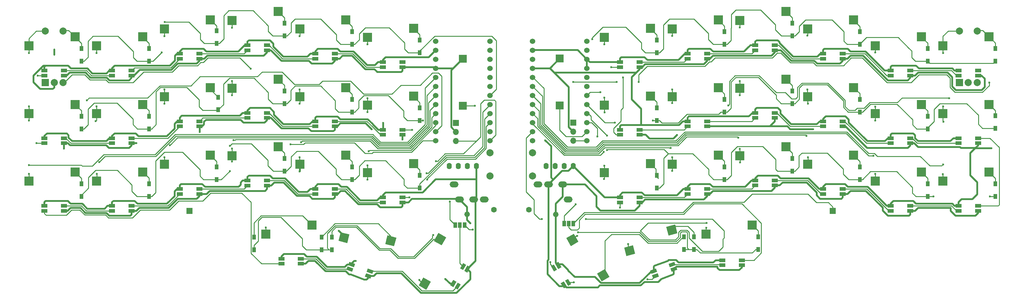
<source format=gbl>
G04 #@! TF.GenerationSoftware,KiCad,Pcbnew,5.1.10*
G04 #@! TF.CreationDate,2021-05-15T20:27:15+02:00*
G04 #@! TF.ProjectId,corne-cherry,636f726e-652d-4636-9865-7272792e6b69,3.0.1*
G04 #@! TF.SameCoordinates,Original*
G04 #@! TF.FileFunction,Copper,L2,Bot*
G04 #@! TF.FilePolarity,Positive*
%FSLAX46Y46*%
G04 Gerber Fmt 4.6, Leading zero omitted, Abs format (unit mm)*
G04 Created by KiCad (PCBNEW 5.1.10) date 2021-05-15 20:27:15*
%MOMM*%
%LPD*%
G01*
G04 APERTURE LIST*
G04 #@! TA.AperFunction,ComponentPad*
%ADD10R,2.000000X2.000000*%
G04 #@! TD*
G04 #@! TA.AperFunction,ComponentPad*
%ADD11C,2.000000*%
G04 #@! TD*
G04 #@! TA.AperFunction,SMDPad,CuDef*
%ADD12R,2.550000X2.500000*%
G04 #@! TD*
G04 #@! TA.AperFunction,SMDPad,CuDef*
%ADD13R,2.200000X2.200000*%
G04 #@! TD*
G04 #@! TA.AperFunction,SMDPad,CuDef*
%ADD14R,1.000000X1.500000*%
G04 #@! TD*
G04 #@! TA.AperFunction,SMDPad,CuDef*
%ADD15R,1.700000X1.000000*%
G04 #@! TD*
G04 #@! TA.AperFunction,SMDPad,CuDef*
%ADD16C,0.100000*%
G04 #@! TD*
G04 #@! TA.AperFunction,ComponentPad*
%ADD17R,1.700000X1.700000*%
G04 #@! TD*
G04 #@! TA.AperFunction,ComponentPad*
%ADD18C,1.600000*%
G04 #@! TD*
G04 #@! TA.AperFunction,ComponentPad*
%ADD19C,1.524000*%
G04 #@! TD*
G04 #@! TA.AperFunction,ComponentPad*
%ADD20O,1.700000X1.700000*%
G04 #@! TD*
G04 #@! TA.AperFunction,ComponentPad*
%ADD21O,1.397000X1.778000*%
G04 #@! TD*
G04 #@! TA.AperFunction,ComponentPad*
%ADD22O,2.500000X1.700000*%
G04 #@! TD*
G04 #@! TA.AperFunction,SMDPad,CuDef*
%ADD23R,1.000000X1.400000*%
G04 #@! TD*
G04 #@! TA.AperFunction,ViaPad*
%ADD24C,0.600000*%
G04 #@! TD*
G04 #@! TA.AperFunction,Conductor*
%ADD25C,0.508000*%
G04 #@! TD*
G04 #@! TA.AperFunction,Conductor*
%ADD26C,0.250000*%
G04 #@! TD*
G04 #@! TA.AperFunction,Conductor*
%ADD27C,0.254000*%
G04 #@! TD*
G04 #@! TA.AperFunction,Conductor*
%ADD28C,0.500000*%
G04 #@! TD*
G04 APERTURE END LIST*
D10*
X274114500Y-43555000D03*
D11*
X276614500Y-43555000D03*
X279114500Y-43555000D03*
X274114500Y-29055000D03*
X279114500Y-29055000D03*
D12*
X25949500Y-49700000D03*
X13022500Y-52240000D03*
D10*
X17607500Y-43560000D03*
D11*
X20107500Y-43560000D03*
X22607500Y-43560000D03*
X17607500Y-29060000D03*
X22607500Y-29060000D03*
D12*
X187456500Y-47320000D03*
X174529500Y-49860000D03*
X282456500Y-68695000D03*
X269529500Y-71235000D03*
D13*
X161987500Y-49990000D03*
X161987500Y-36790000D03*
X134812500Y-50020000D03*
X134812500Y-36820000D03*
D14*
X163206500Y-83178000D03*
X164506500Y-83178000D03*
X165806500Y-83178000D03*
X132663000Y-83559000D03*
X133963000Y-83559000D03*
X135263000Y-83559000D03*
D15*
X279364500Y-78175000D03*
X279364500Y-79575000D03*
X273864500Y-78175000D03*
X273864500Y-79575000D03*
X273864500Y-60575000D03*
X273864500Y-59175000D03*
X279364500Y-60575000D03*
X279364500Y-59175000D03*
X279364500Y-40175000D03*
X279364500Y-41575000D03*
X273864500Y-40175000D03*
X273864500Y-41575000D03*
X260364500Y-78175000D03*
X260364500Y-79575000D03*
X254864500Y-78175000D03*
X254864500Y-79575000D03*
X254864500Y-60575000D03*
X254864500Y-59175000D03*
X260364500Y-60575000D03*
X260364500Y-59175000D03*
X260364500Y-40175000D03*
X260364500Y-41575000D03*
X254864500Y-40175000D03*
X254864500Y-41575000D03*
X241364500Y-73425000D03*
X241364500Y-74825000D03*
X235864500Y-73425000D03*
X235864500Y-74825000D03*
X235864500Y-55825000D03*
X235864500Y-54425000D03*
X241364500Y-55825000D03*
X241364500Y-54425000D03*
X241364500Y-35425000D03*
X241364500Y-36825000D03*
X235864500Y-35425000D03*
X235864500Y-36825000D03*
X207603500Y-94863500D03*
X207603500Y-93463500D03*
X213103500Y-94863500D03*
X213103500Y-93463500D03*
X222364500Y-71050000D03*
X222364500Y-72450000D03*
X216864500Y-71050000D03*
X216864500Y-72450000D03*
X216864500Y-53450000D03*
X216864500Y-52050000D03*
X222364500Y-53450000D03*
X222364500Y-52050000D03*
X222364500Y-33050000D03*
X222364500Y-34450000D03*
X216864500Y-33050000D03*
X216864500Y-34450000D03*
G04 #@! TA.AperFunction,SMDPad,CuDef*
D16*
G36*
X189459488Y-97096777D02*
G01*
X189801508Y-98036469D01*
X188204030Y-98617903D01*
X187862010Y-97678211D01*
X189459488Y-97096777D01*
G37*
G04 #@! TD.AperFunction*
G04 #@! TA.AperFunction,SMDPad,CuDef*
G36*
X188980660Y-95781208D02*
G01*
X189322680Y-96720900D01*
X187725202Y-97302334D01*
X187383182Y-96362642D01*
X188980660Y-95781208D01*
G37*
G04 #@! TD.AperFunction*
G04 #@! TA.AperFunction,SMDPad,CuDef*
G36*
X194627798Y-95215666D02*
G01*
X194969818Y-96155358D01*
X193372340Y-96736792D01*
X193030320Y-95797100D01*
X194627798Y-95215666D01*
G37*
G04 #@! TD.AperFunction*
G04 #@! TA.AperFunction,SMDPad,CuDef*
G36*
X194148970Y-93900097D02*
G01*
X194490990Y-94839789D01*
X192893512Y-95421223D01*
X192551492Y-94481531D01*
X194148970Y-93900097D01*
G37*
G04 #@! TD.AperFunction*
D15*
X203364500Y-73425000D03*
X203364500Y-74825000D03*
X197864500Y-73425000D03*
X197864500Y-74825000D03*
X197864500Y-55825000D03*
X197864500Y-54425000D03*
X203364500Y-55825000D03*
X203364500Y-54425000D03*
X203364500Y-35425000D03*
X203364500Y-36825000D03*
X197864500Y-35425000D03*
X197864500Y-36825000D03*
G04 #@! TA.AperFunction,SMDPad,CuDef*
D16*
G36*
X161224295Y-96110552D02*
G01*
X160358269Y-96610552D01*
X159508269Y-95138308D01*
X160374295Y-94638308D01*
X161224295Y-96110552D01*
G37*
G04 #@! TD.AperFunction*
G04 #@! TA.AperFunction,SMDPad,CuDef*
G36*
X162436731Y-95410552D02*
G01*
X161570705Y-95910552D01*
X160720705Y-94438308D01*
X161586731Y-93938308D01*
X162436731Y-95410552D01*
G37*
G04 #@! TD.AperFunction*
G04 #@! TA.AperFunction,SMDPad,CuDef*
G36*
X163974295Y-100873692D02*
G01*
X163108269Y-101373692D01*
X162258269Y-99901448D01*
X163124295Y-99401448D01*
X163974295Y-100873692D01*
G37*
G04 #@! TD.AperFunction*
G04 #@! TA.AperFunction,SMDPad,CuDef*
G36*
X165186731Y-100173692D02*
G01*
X164320705Y-100673692D01*
X163470705Y-99201448D01*
X164336731Y-98701448D01*
X165186731Y-100173692D01*
G37*
G04 #@! TD.AperFunction*
D15*
X184364500Y-75800000D03*
X184364500Y-77200000D03*
X178864500Y-75800000D03*
X178864500Y-77200000D03*
X178864500Y-58200000D03*
X178864500Y-56800000D03*
X184364500Y-58200000D03*
X184364500Y-56800000D03*
X184357500Y-37805000D03*
X184357500Y-39205000D03*
X178857500Y-37805000D03*
X178857500Y-39205000D03*
D17*
X238614500Y-79625000D03*
X58107500Y-79630000D03*
D12*
X120949500Y-47325000D03*
X108022500Y-49865000D03*
X101949500Y-44950000D03*
X89022500Y-47490000D03*
G04 #@! TA.AperFunction,SMDPad,CuDef*
D16*
G36*
X133325905Y-99731648D02*
G01*
X134191931Y-100231648D01*
X133341931Y-101703892D01*
X132475905Y-101203892D01*
X133325905Y-99731648D01*
G37*
G04 #@! TD.AperFunction*
G04 #@! TA.AperFunction,SMDPad,CuDef*
G36*
X132113469Y-99031648D02*
G01*
X132979495Y-99531648D01*
X132129495Y-101003892D01*
X131263469Y-100503892D01*
X132113469Y-99031648D01*
G37*
G04 #@! TD.AperFunction*
G04 #@! TA.AperFunction,SMDPad,CuDef*
G36*
X136075905Y-94968508D02*
G01*
X136941931Y-95468508D01*
X136091931Y-96940752D01*
X135225905Y-96440752D01*
X136075905Y-94968508D01*
G37*
G04 #@! TD.AperFunction*
G04 #@! TA.AperFunction,SMDPad,CuDef*
G36*
X134863469Y-94268508D02*
G01*
X135729495Y-94768508D01*
X134879495Y-96240752D01*
X134013469Y-95740752D01*
X134863469Y-94268508D01*
G37*
G04 #@! TD.AperFunction*
D15*
X117857500Y-75805000D03*
X117857500Y-77205000D03*
X112357500Y-75805000D03*
X112357500Y-77205000D03*
X112357500Y-58205000D03*
X112357500Y-56805000D03*
X117857500Y-58205000D03*
X117857500Y-56805000D03*
X117857500Y-37805000D03*
X117857500Y-39205000D03*
X112357500Y-37805000D03*
X112357500Y-39205000D03*
G04 #@! TA.AperFunction,SMDPad,CuDef*
D16*
G36*
X109727418Y-96362642D02*
G01*
X109385398Y-97302334D01*
X107787920Y-96720900D01*
X108129940Y-95781208D01*
X109727418Y-96362642D01*
G37*
G04 #@! TD.AperFunction*
G04 #@! TA.AperFunction,SMDPad,CuDef*
G36*
X109248590Y-97678211D02*
G01*
X108906570Y-98617903D01*
X107309092Y-98036469D01*
X107651112Y-97096777D01*
X109248590Y-97678211D01*
G37*
G04 #@! TD.AperFunction*
G04 #@! TA.AperFunction,SMDPad,CuDef*
G36*
X104559108Y-94481531D02*
G01*
X104217088Y-95421223D01*
X102619610Y-94839789D01*
X102961630Y-93900097D01*
X104559108Y-94481531D01*
G37*
G04 #@! TD.AperFunction*
G04 #@! TA.AperFunction,SMDPad,CuDef*
G36*
X104080280Y-95797100D02*
G01*
X103738260Y-96736792D01*
X102140782Y-96155358D01*
X102482802Y-95215666D01*
X104080280Y-95797100D01*
G37*
G04 #@! TD.AperFunction*
D15*
X98857500Y-73430000D03*
X98857500Y-74830000D03*
X93357500Y-73430000D03*
X93357500Y-74830000D03*
X93357500Y-55830000D03*
X93357500Y-54430000D03*
X98857500Y-55830000D03*
X98857500Y-54430000D03*
X98857500Y-35430000D03*
X98857500Y-36830000D03*
X93357500Y-35430000D03*
X93357500Y-36830000D03*
X83857500Y-94455000D03*
X83857500Y-93055000D03*
X89357500Y-94455000D03*
X89357500Y-93055000D03*
X79857500Y-71055000D03*
X79857500Y-72455000D03*
X74357500Y-71055000D03*
X74357500Y-72455000D03*
X74357500Y-53455000D03*
X74357500Y-52055000D03*
X79857500Y-53455000D03*
X79857500Y-52055000D03*
X79857500Y-33055000D03*
X79857500Y-34455000D03*
X74357500Y-33055000D03*
X74357500Y-34455000D03*
X60857500Y-73430000D03*
X60857500Y-74830000D03*
X55357500Y-73430000D03*
X55357500Y-74830000D03*
X55357500Y-55830000D03*
X55357500Y-54430000D03*
X60857500Y-55830000D03*
X60857500Y-54430000D03*
X60857500Y-35430000D03*
X60857500Y-36830000D03*
X55357500Y-35430000D03*
X55357500Y-36830000D03*
X41857500Y-78180000D03*
X41857500Y-79580000D03*
X36357500Y-78180000D03*
X36357500Y-79580000D03*
X36357500Y-60580000D03*
X36357500Y-59180000D03*
X41857500Y-60580000D03*
X41857500Y-59180000D03*
X41857500Y-40180000D03*
X41857500Y-41580000D03*
X36357500Y-40180000D03*
X36357500Y-41580000D03*
X22857500Y-78180000D03*
X22857500Y-79580000D03*
X17357500Y-78180000D03*
X17357500Y-79580000D03*
X17357500Y-60580000D03*
X17357500Y-59180000D03*
X22857500Y-60580000D03*
X22857500Y-59180000D03*
X22857500Y-40180000D03*
X22857500Y-41580000D03*
X17357500Y-40180000D03*
X17357500Y-41580000D03*
G04 #@! TA.AperFunction,ComponentPad*
G36*
G01*
X160073889Y-80454280D02*
X160073889Y-80454280D01*
G75*
G02*
X161000654Y-79805353I787846J-138919D01*
G01*
X161000654Y-79805353D01*
G75*
G02*
X161649581Y-80732118I-138919J-787846D01*
G01*
X161649581Y-80732118D01*
G75*
G02*
X160722816Y-81381045I-787846J138919D01*
G01*
X160722816Y-81381045D01*
G75*
G02*
X160073889Y-80454280I138919J787846D01*
G01*
G37*
G04 #@! TD.AperFunction*
D18*
X153357500Y-79270000D03*
G04 #@! TA.AperFunction,ComponentPad*
G36*
G01*
X136771111Y-80414280D02*
X136771111Y-80414280D01*
G75*
G02*
X136122184Y-81341045I-787846J-138919D01*
G01*
X136122184Y-81341045D01*
G75*
G02*
X135195419Y-80692118I-138919J787846D01*
G01*
X135195419Y-80692118D01*
G75*
G02*
X135844346Y-79765353I787846J138919D01*
G01*
X135844346Y-79765353D01*
G75*
G02*
X136771111Y-80414280I138919J-787846D01*
G01*
G37*
G04 #@! TD.AperFunction*
X143487500Y-79230000D03*
D19*
X154378900Y-31912000D03*
X154378900Y-34452000D03*
X154378900Y-36992000D03*
X154378900Y-39532000D03*
X154378900Y-42072000D03*
X154378900Y-44612000D03*
X154378900Y-47152000D03*
X154378900Y-49692000D03*
X154378900Y-52232000D03*
X154378900Y-54772000D03*
X154378900Y-57312000D03*
X154378900Y-59852000D03*
X169598900Y-59852000D03*
X169598900Y-57312000D03*
X169598900Y-54772000D03*
X169598900Y-52232000D03*
X169598900Y-49692000D03*
X169598900Y-47152000D03*
X169598900Y-44612000D03*
X169598900Y-42072000D03*
X169598900Y-39532000D03*
X169598900Y-36992000D03*
X169598900Y-34452000D03*
X169598900Y-31912000D03*
D12*
X244456500Y-63945000D03*
X231529500Y-66485000D03*
X263456500Y-68695000D03*
X250529500Y-71235000D03*
X282456500Y-49695000D03*
X269529500Y-52235000D03*
X187449500Y-28325000D03*
X174522500Y-30865000D03*
X101949500Y-25950000D03*
X89022500Y-28490000D03*
D20*
X165797500Y-59880000D03*
X165797500Y-57340000D03*
D17*
X165797500Y-54800000D03*
D20*
X132837500Y-59940000D03*
X132837500Y-57400000D03*
D17*
X132837500Y-54860000D03*
D19*
X127203900Y-31942000D03*
X127203900Y-34482000D03*
X127203900Y-37022000D03*
X127203900Y-39562000D03*
X127203900Y-42102000D03*
X127203900Y-44642000D03*
X127203900Y-47182000D03*
X127203900Y-49722000D03*
X127203900Y-52262000D03*
X127203900Y-54802000D03*
X127203900Y-57342000D03*
X127203900Y-59882000D03*
X142423900Y-59882000D03*
X142423900Y-57342000D03*
X142423900Y-54802000D03*
X142423900Y-52262000D03*
X142423900Y-49722000D03*
X142423900Y-47182000D03*
X142423900Y-44642000D03*
X142423900Y-42102000D03*
X142423900Y-39562000D03*
X142423900Y-37022000D03*
X142423900Y-34482000D03*
X142423900Y-31942000D03*
D11*
X154304500Y-63272000D03*
X154304500Y-69772000D03*
X142424500Y-63281000D03*
X142424500Y-69781000D03*
D21*
X165797500Y-67020000D03*
X163257500Y-67020000D03*
X160717500Y-67020000D03*
X158177500Y-67020000D03*
X138568500Y-67028000D03*
X136028500Y-67028000D03*
X133488500Y-67028000D03*
X130948500Y-67028000D03*
D22*
X164337500Y-76370000D03*
X162837500Y-72170000D03*
X158837500Y-72170000D03*
X155837500Y-72170000D03*
X132334500Y-72192000D03*
X133834500Y-76392000D03*
X137834500Y-76392000D03*
X140834500Y-76392000D03*
G04 #@! TA.AperFunction,SMDPad,CuDef*
D16*
G36*
X127934059Y-85826498D02*
G01*
X130099123Y-87076498D01*
X128824123Y-89284862D01*
X126659059Y-88034862D01*
X127934059Y-85826498D01*
G37*
G04 #@! TD.AperFunction*
G04 #@! TA.AperFunction,SMDPad,CuDef*
G36*
X123670263Y-98291608D02*
G01*
X125835327Y-99541608D01*
X124560327Y-101749972D01*
X122395263Y-100499972D01*
X123670263Y-98291608D01*
G37*
G04 #@! TD.AperFunction*
G04 #@! TA.AperFunction,SMDPad,CuDef*
G36*
X175904941Y-98148502D02*
G01*
X173739877Y-99398502D01*
X172464877Y-97190138D01*
X174629941Y-95940138D01*
X175904941Y-98148502D01*
G37*
G04 #@! TD.AperFunction*
G04 #@! TA.AperFunction,SMDPad,CuDef*
G36*
X167241737Y-88223392D02*
G01*
X165076673Y-89473392D01*
X163801673Y-87265028D01*
X165966737Y-86015028D01*
X167241737Y-88223392D01*
G37*
G04 #@! TD.AperFunction*
D12*
X120949500Y-28325000D03*
X108022500Y-30865000D03*
X187456500Y-66320000D03*
X174529500Y-68860000D03*
X25949500Y-68700000D03*
X13022500Y-71240000D03*
X225456500Y-61570000D03*
X212529500Y-64110000D03*
X44949500Y-68700000D03*
X32022500Y-71240000D03*
X44949500Y-49700000D03*
X32022500Y-52240000D03*
X25949500Y-30700000D03*
X13022500Y-33240000D03*
X44949500Y-30700000D03*
X32022500Y-33240000D03*
X63949500Y-25950000D03*
X51022500Y-28490000D03*
X82949500Y-23575000D03*
X70022500Y-26115000D03*
X63949500Y-44950000D03*
X51022500Y-47490000D03*
X82949500Y-42575000D03*
X70022500Y-45115000D03*
X63949500Y-63950000D03*
X51022500Y-66490000D03*
X82949500Y-61575000D03*
X70022500Y-64115000D03*
X101949500Y-63950000D03*
X89022500Y-66490000D03*
X120949500Y-66325000D03*
X108022500Y-68865000D03*
X92449500Y-83575000D03*
X79522500Y-86115000D03*
G04 #@! TA.AperFunction,SMDPad,CuDef*
D16*
G36*
X116120318Y-87132705D02*
G01*
X115473271Y-89547520D01*
X113010160Y-88887531D01*
X113657207Y-86472716D01*
X116120318Y-87132705D01*
G37*
G04 #@! TD.AperFunction*
G04 #@! TA.AperFunction,SMDPad,CuDef*
G36*
X102976395Y-86240402D02*
G01*
X102329348Y-88655217D01*
X99866237Y-87995228D01*
X100513284Y-85580413D01*
X102976395Y-86240402D01*
G37*
G04 #@! TD.AperFunction*
D12*
X282456500Y-30695000D03*
X269529500Y-33235000D03*
X263456500Y-30695000D03*
X250529500Y-33235000D03*
X244456500Y-25945000D03*
X231529500Y-28485000D03*
X225456500Y-23570000D03*
X212529500Y-26110000D03*
X206456500Y-25945000D03*
X193529500Y-28485000D03*
X263456500Y-49695000D03*
X250529500Y-52235000D03*
X244456500Y-44945000D03*
X231529500Y-47485000D03*
X225456500Y-42570000D03*
X212529500Y-45110000D03*
X206456500Y-44945000D03*
X193529500Y-47485000D03*
X206456500Y-63945000D03*
X193529500Y-66485000D03*
X215956500Y-83570000D03*
X203029500Y-86110000D03*
G04 #@! TA.AperFunction,SMDPad,CuDef*
D16*
G36*
X194350670Y-83443674D02*
G01*
X194997717Y-85858489D01*
X192534606Y-86518478D01*
X191887559Y-84103663D01*
X194350670Y-83443674D01*
G37*
G04 #@! TD.AperFunction*
G04 #@! TA.AperFunction,SMDPad,CuDef*
G36*
X182521547Y-89242879D02*
G01*
X183168594Y-91657694D01*
X180705483Y-92317683D01*
X180058436Y-89902868D01*
X182521547Y-89242879D01*
G37*
G04 #@! TD.AperFunction*
D23*
X103707500Y-48255000D03*
X103707500Y-51805000D03*
X66157700Y-47646400D03*
X66157700Y-51196400D03*
X227214500Y-26875000D03*
X227214500Y-30425000D03*
X27734500Y-34001875D03*
X27734500Y-37551875D03*
X46734500Y-34005000D03*
X46734500Y-37555000D03*
X65707500Y-29005000D03*
X65707500Y-32555000D03*
X84707500Y-26880000D03*
X84707500Y-30430000D03*
X103707500Y-29255000D03*
X103707500Y-32805000D03*
X122707500Y-31630000D03*
X122707500Y-35180000D03*
X27734500Y-53001875D03*
X27734500Y-56551875D03*
X46734500Y-53005000D03*
X46734500Y-56555000D03*
X84707500Y-45880000D03*
X84707500Y-49430000D03*
X122707500Y-50630000D03*
X122707500Y-54180000D03*
X27734500Y-72001875D03*
X27734500Y-75551875D03*
X46734500Y-72005000D03*
X46734500Y-75555000D03*
X65707500Y-67255000D03*
X65707500Y-70805000D03*
X84707500Y-64880000D03*
X84707500Y-68430000D03*
X103707500Y-67255000D03*
X103707500Y-70805000D03*
X122707500Y-69630000D03*
X122707500Y-73180000D03*
X76157500Y-86995000D03*
X76157500Y-90545000D03*
X95164500Y-86990000D03*
X95164500Y-90540000D03*
X98007500Y-86990000D03*
X98007500Y-90540000D03*
X284214500Y-34000000D03*
X284214500Y-37550000D03*
X265214500Y-34000000D03*
X265214500Y-37550000D03*
X246214500Y-29250000D03*
X246214500Y-32800000D03*
X208214500Y-29250000D03*
X208214500Y-32800000D03*
X189207500Y-31630000D03*
X189207500Y-35180000D03*
X284214500Y-52850000D03*
X284214500Y-56400000D03*
X265214500Y-53000000D03*
X265214500Y-56550000D03*
X246214500Y-48250000D03*
X246214500Y-51800000D03*
X227214500Y-45875000D03*
X227214500Y-49425000D03*
X208214500Y-48250000D03*
X208214500Y-51800000D03*
X189207500Y-50630000D03*
X189207500Y-54180000D03*
X284214500Y-72000000D03*
X284214500Y-75550000D03*
X265214500Y-72000000D03*
X265214500Y-75550000D03*
X246214500Y-67250000D03*
X246214500Y-70800000D03*
X227214500Y-64875000D03*
X227214500Y-68425000D03*
X208214500Y-67250000D03*
X208214500Y-70800000D03*
X189207500Y-69630000D03*
X189207500Y-73180000D03*
X217714500Y-86860000D03*
X217714500Y-90410000D03*
X199664500Y-86875000D03*
X199664500Y-90425000D03*
X196814500Y-86875000D03*
X196814500Y-90425000D03*
D24*
X50307500Y-35105000D03*
X51107500Y-26505000D03*
X123607500Y-54205000D03*
X124607500Y-69005000D03*
X69382500Y-61305000D03*
X69382500Y-68405000D03*
X126493737Y-86382353D03*
X124807500Y-70805000D03*
X43215500Y-60580000D03*
X60912600Y-57397000D03*
X109185300Y-56660400D03*
X117847010Y-59569010D03*
X22857500Y-62076500D03*
X23956290Y-76815990D03*
X136896700Y-83101800D03*
X129911700Y-98735500D03*
X104748517Y-93631010D03*
X110795800Y-40569010D03*
X112463101Y-54909001D03*
X13007500Y-35205000D03*
X13007500Y-50205000D03*
X13007500Y-54205000D03*
X13007500Y-69205000D03*
X13007500Y-66705000D03*
X32007500Y-35205000D03*
X32107500Y-69205000D03*
X31707500Y-54405000D03*
X31964840Y-50194907D03*
X32796949Y-65894449D03*
X51007500Y-30505000D03*
X51007500Y-45505000D03*
X51007500Y-49505000D03*
X51007500Y-64505000D03*
X52577078Y-61174578D03*
X70007500Y-28105000D03*
X70007500Y-43105000D03*
X70007500Y-47105000D03*
X70007500Y-62105000D03*
X70407500Y-59705000D03*
X70007500Y-65705000D03*
X79507500Y-84305000D03*
X89007500Y-30505000D03*
X89007500Y-45505000D03*
X89007500Y-49505000D03*
X89007500Y-64505000D03*
X89407500Y-60305000D03*
X89007500Y-68505000D03*
X100007500Y-85205000D03*
X108007500Y-32805000D03*
X108007500Y-47905000D03*
X108007500Y-51805000D03*
X108007500Y-66805000D03*
X108407504Y-62805000D03*
X108007500Y-70805000D03*
X122607500Y-99005000D03*
X127232000Y-65652000D03*
X131169000Y-76955000D03*
X173357500Y-46265000D03*
X171063762Y-31389024D03*
X188119700Y-54180000D03*
X177478999Y-54775001D03*
X175232500Y-58415010D03*
X175232500Y-62500000D03*
X282684700Y-75550000D03*
X266873200Y-75550000D03*
X172537500Y-58715000D03*
X167110558Y-85628058D03*
X166411500Y-77717000D03*
X269607500Y-35205000D03*
X269507500Y-69305000D03*
X269617500Y-54555000D03*
X269592510Y-50205000D03*
X269547500Y-66550000D03*
X250507500Y-35105000D03*
X250507500Y-50305000D03*
X250507500Y-54205000D03*
X250507500Y-69205000D03*
X249997500Y-64100010D03*
X231507500Y-30305000D03*
X231507500Y-45505000D03*
X231607500Y-49505000D03*
X231607500Y-64505000D03*
X231234449Y-58513051D03*
X212507500Y-28005000D03*
X212507500Y-43105000D03*
X212507500Y-47105000D03*
X212507500Y-62205000D03*
X203087500Y-84335000D03*
X212557500Y-65985000D03*
X212107500Y-59020000D03*
X193507500Y-30405000D03*
X193507500Y-45505000D03*
X193507500Y-49305000D03*
X193507500Y-64505000D03*
X193517500Y-68325000D03*
X181187500Y-88895000D03*
X193137500Y-61875000D03*
X174507500Y-32805000D03*
X174507500Y-47805000D03*
X174607500Y-51905000D03*
X174507500Y-66905000D03*
X174417500Y-70675000D03*
X166887500Y-86675000D03*
X174297500Y-63015000D03*
X194935700Y-58260600D03*
X207851600Y-55847600D03*
X233061100Y-56635000D03*
X243521110Y-57189010D03*
X157915200Y-59784600D03*
X283098501Y-61994999D03*
X137582500Y-84829000D03*
X15154500Y-60572000D03*
X15453800Y-41580000D03*
X119795500Y-75805000D03*
X120564500Y-56825500D03*
X176475500Y-39205000D03*
X179733800Y-42118900D03*
X159299500Y-93973000D03*
X178857500Y-78656800D03*
X165903070Y-99687570D03*
X186604500Y-98799000D03*
X138204800Y-50018300D03*
X29251500Y-48532400D03*
X86442001Y-60930001D03*
X75250900Y-39604300D03*
X271288100Y-47948200D03*
X209286700Y-49954800D03*
X203216100Y-82974800D03*
X169357900Y-81908000D03*
X156962700Y-81908000D03*
X165801900Y-43350800D03*
X177943100Y-43350800D03*
X184140700Y-43350800D03*
X282489500Y-43554000D03*
D25*
X20107500Y-35780000D02*
X20107500Y-34232200D01*
D26*
X122707500Y-34667319D02*
X122707500Y-35180000D01*
X142907500Y-30505000D02*
X126869819Y-30505000D01*
X126869819Y-30505000D02*
X122707500Y-34667319D01*
X144207500Y-31805000D02*
X142907500Y-30505000D01*
X144207500Y-45398400D02*
X144207500Y-31805000D01*
X142423900Y-47182000D02*
X144207500Y-45398400D01*
X42307500Y-36505000D02*
X43357500Y-37555000D01*
X42307500Y-34805000D02*
X42307500Y-36505000D01*
X38007500Y-30505000D02*
X42307500Y-34805000D01*
X29607500Y-31905000D02*
X31007500Y-30505000D01*
X29607500Y-36428875D02*
X29607500Y-31905000D01*
X43357500Y-37555000D02*
X46734500Y-37555000D01*
X31007500Y-30505000D02*
X38007500Y-30505000D01*
X28484500Y-37551875D02*
X29607500Y-36428875D01*
X27734500Y-37551875D02*
X28484500Y-37551875D01*
X47857500Y-37555000D02*
X50307500Y-35105000D01*
X46734500Y-37555000D02*
X47857500Y-37555000D01*
X62257500Y-32555000D02*
X61107500Y-31405000D01*
X61107500Y-31405000D02*
X61107500Y-29705000D01*
X65707500Y-32555000D02*
X62257500Y-32555000D01*
X61107500Y-29705000D02*
X57907500Y-26505000D01*
X57907500Y-26505000D02*
X51531764Y-26505000D01*
X51531764Y-26505000D02*
X51107500Y-26505000D01*
X66457500Y-32555000D02*
X67707500Y-31305000D01*
X65707500Y-32555000D02*
X66457500Y-32555000D01*
X67707500Y-31305000D02*
X67707500Y-24705000D01*
X67707500Y-24705000D02*
X69107500Y-23305000D01*
X69107500Y-23305000D02*
X75907500Y-23305000D01*
X75907500Y-23305000D02*
X80207500Y-27605000D01*
X80207500Y-27605000D02*
X80207500Y-29205000D01*
X83957500Y-30430000D02*
X84707500Y-30430000D01*
X80220686Y-29205000D02*
X81445686Y-30430000D01*
X81445686Y-30430000D02*
X83957500Y-30430000D01*
X80207500Y-29205000D02*
X80220686Y-29205000D01*
X85457500Y-30430000D02*
X86607500Y-29280000D01*
X84707500Y-30430000D02*
X85457500Y-30430000D01*
X86607500Y-29280000D02*
X86607500Y-26805000D01*
X86607500Y-26805000D02*
X87707500Y-25705000D01*
X87707500Y-25705000D02*
X94907500Y-25705000D01*
X94907500Y-25705000D02*
X99307500Y-30105000D01*
X99307500Y-30105000D02*
X99307500Y-31605000D01*
X100507500Y-32805000D02*
X103707500Y-32805000D01*
X99307500Y-31605000D02*
X100507500Y-32805000D01*
X121957500Y-35180000D02*
X122707500Y-35180000D01*
X119482500Y-35180000D02*
X121957500Y-35180000D01*
X118407500Y-34105000D02*
X119482500Y-35180000D01*
X114107500Y-28105000D02*
X118407500Y-32405000D01*
X107407500Y-28105000D02*
X114107500Y-28105000D01*
X118407500Y-32405000D02*
X118407500Y-34105000D01*
X105707500Y-29805000D02*
X107407500Y-28105000D01*
X105707500Y-31505000D02*
X105707500Y-29805000D01*
X104407500Y-32805000D02*
X105707500Y-31505000D01*
X103707500Y-32805000D02*
X104407500Y-32805000D01*
X27734500Y-32751875D02*
X27734500Y-34001875D01*
X27734500Y-32510000D02*
X27734500Y-32751875D01*
X25949500Y-30725000D02*
X27734500Y-32510000D01*
X25949500Y-30700000D02*
X25949500Y-30725000D01*
X24124499Y-28874999D02*
X22607500Y-28874999D01*
X25949500Y-30700000D02*
X24124499Y-28874999D01*
X122707500Y-54180000D02*
X122832500Y-54180000D01*
X45984500Y-56555000D02*
X46734500Y-56555000D01*
X42207500Y-55305000D02*
X43457500Y-56555000D01*
X42207500Y-53805000D02*
X42207500Y-55305000D01*
X37732501Y-49330001D02*
X42207500Y-53805000D01*
X43457500Y-56555000D02*
X45984500Y-56555000D01*
X31282499Y-49330001D02*
X37732501Y-49330001D01*
X29607500Y-51005000D02*
X31282499Y-49330001D01*
X29607500Y-55428875D02*
X29607500Y-51005000D01*
X28484500Y-56551875D02*
X29607500Y-55428875D01*
X27734500Y-56551875D02*
X28484500Y-56551875D01*
X48707500Y-46105000D02*
X49932501Y-44879999D01*
X49932501Y-44879999D02*
X57332501Y-44879999D01*
X60807500Y-48354998D02*
X60807500Y-50305000D01*
X48707500Y-55332000D02*
X48707500Y-46105000D01*
X47484500Y-56555000D02*
X48707500Y-55332000D01*
X57332501Y-44879999D02*
X60807500Y-48354998D01*
X46734500Y-56555000D02*
X47484500Y-56555000D01*
X81432500Y-49430000D02*
X84707500Y-49430000D01*
X80207500Y-46305000D02*
X80207500Y-48205000D01*
X76207500Y-42305000D02*
X80207500Y-46305000D01*
X69307500Y-42305000D02*
X76207500Y-42305000D01*
X67607500Y-44005000D02*
X69307500Y-42305000D01*
X80207500Y-48205000D02*
X81432500Y-49430000D01*
X85457500Y-49430000D02*
X86507500Y-48380000D01*
X84707500Y-49430000D02*
X85457500Y-49430000D01*
X86507500Y-48380000D02*
X86507500Y-45705000D01*
X86507500Y-45705000D02*
X87707500Y-44505000D01*
X87707500Y-44505000D02*
X94907500Y-44505000D01*
X94907500Y-44505000D02*
X99007500Y-48605000D01*
X99007500Y-48605000D02*
X99007500Y-50905000D01*
X99907500Y-51805000D02*
X103707500Y-51805000D01*
X99007500Y-50905000D02*
X99907500Y-51805000D01*
X118207500Y-51505000D02*
X118207500Y-53205000D01*
X118207500Y-53205000D02*
X119182500Y-54180000D01*
X113907500Y-47205000D02*
X118207500Y-51505000D01*
X107007500Y-47205000D02*
X113907500Y-47205000D01*
X105607500Y-48605000D02*
X107007500Y-47205000D01*
X105607500Y-50655000D02*
X105607500Y-48605000D01*
X104457500Y-51805000D02*
X105607500Y-50655000D01*
X119182500Y-54180000D02*
X122707500Y-54180000D01*
X103707500Y-51805000D02*
X104457500Y-51805000D01*
X122707500Y-54180000D02*
X123582500Y-54180000D01*
X123582500Y-54180000D02*
X123607500Y-54205000D01*
X125007500Y-69005000D02*
X124607500Y-69005000D01*
X130007500Y-64005000D02*
X125007500Y-69005000D01*
X142423900Y-49788600D02*
X140407500Y-51805000D01*
X140407500Y-61505000D02*
X137907500Y-64005000D01*
X140407500Y-51805000D02*
X140407500Y-61505000D01*
X137907500Y-64005000D02*
X130007500Y-64005000D01*
X142423900Y-49722000D02*
X142423900Y-49788600D01*
X67607500Y-49746600D02*
X66157700Y-51196400D01*
X67607500Y-44005000D02*
X67607500Y-49746600D01*
X61807501Y-51305001D02*
X60807500Y-50305000D01*
X66049099Y-51305001D02*
X61807501Y-51305001D01*
X66157700Y-51196400D02*
X66049099Y-51305001D01*
X46734500Y-32520000D02*
X46734500Y-34005000D01*
X44949500Y-30735000D02*
X46734500Y-32520000D01*
X44949500Y-30700000D02*
X44949500Y-30735000D01*
D27*
X141661901Y-53023999D02*
X142423900Y-52262000D01*
X140859511Y-53826389D02*
X141661901Y-53023999D01*
X140859511Y-61818989D02*
X140859511Y-53826389D01*
X138173500Y-64505000D02*
X140859511Y-61818989D01*
X130180900Y-64505000D02*
X138173500Y-64505000D01*
X122707500Y-71978400D02*
X130180900Y-64505000D01*
X122707500Y-73105000D02*
X122707500Y-71978400D01*
D26*
X43357500Y-75555000D02*
X46057500Y-75555000D01*
X41907500Y-72305000D02*
X41907500Y-74105000D01*
X37807500Y-68205000D02*
X41907500Y-72305000D01*
X29707500Y-70205000D02*
X31707500Y-68205000D01*
X41907500Y-74105000D02*
X43357500Y-75555000D01*
X31707500Y-68205000D02*
X37807500Y-68205000D01*
X29707500Y-73205000D02*
X29707500Y-70205000D01*
X46057500Y-75555000D02*
X46734500Y-75555000D01*
X27734500Y-75178000D02*
X29707500Y-73205000D01*
X27734500Y-75551875D02*
X27734500Y-75178000D01*
X84707500Y-68430000D02*
X81632500Y-68430000D01*
X81632500Y-68430000D02*
X80107500Y-66905000D01*
X80107500Y-66905000D02*
X80107500Y-65405000D01*
X80107500Y-65405000D02*
X75407500Y-60705000D01*
X69982500Y-60705000D02*
X69382500Y-61305000D01*
X75407500Y-60705000D02*
X69982500Y-60705000D01*
X69382500Y-68430000D02*
X67007500Y-70805000D01*
X67007500Y-70805000D02*
X65707500Y-70805000D01*
X69382500Y-68405000D02*
X69382500Y-68430000D01*
X100707500Y-70805000D02*
X103707500Y-70805000D01*
X99207500Y-69305000D02*
X100707500Y-70805000D01*
X94207500Y-62805000D02*
X99207500Y-67805000D01*
X88207500Y-62805000D02*
X94207500Y-62805000D01*
X85282500Y-68430000D02*
X86607500Y-67105000D01*
X86607500Y-64405000D02*
X88207500Y-62805000D01*
X86607500Y-67105000D02*
X86607500Y-64405000D01*
X99207500Y-67805000D02*
X99207500Y-69305000D01*
X84707500Y-68430000D02*
X85282500Y-68430000D01*
X119182500Y-73180000D02*
X122707500Y-73180000D01*
X118307500Y-70705000D02*
X118307500Y-72305000D01*
X113107500Y-65505000D02*
X118307500Y-70705000D01*
X118307500Y-72305000D02*
X119182500Y-73180000D01*
X107307500Y-65505000D02*
X113107500Y-65505000D01*
X105707500Y-69555000D02*
X105707500Y-67105000D01*
X105707500Y-67105000D02*
X107307500Y-65505000D01*
X104457500Y-70805000D02*
X105707500Y-69555000D01*
X103707500Y-70805000D02*
X104457500Y-70805000D01*
X51035578Y-63105000D02*
X56107500Y-63105000D01*
X62007500Y-70805000D02*
X64957500Y-70805000D01*
X61007500Y-68005000D02*
X61007500Y-69805000D01*
X48607500Y-65533078D02*
X51035578Y-63105000D01*
X48607500Y-74432000D02*
X48607500Y-65533078D01*
X46734500Y-75555000D02*
X47484500Y-75555000D01*
X47484500Y-75555000D02*
X48607500Y-74432000D01*
X56107500Y-63105000D02*
X61007500Y-68005000D01*
X61007500Y-69805000D02*
X62007500Y-70805000D01*
X64957500Y-70805000D02*
X65707500Y-70805000D01*
X65707500Y-27623000D02*
X65707500Y-29005000D01*
X64034500Y-25950000D02*
X65707500Y-27623000D01*
X63949500Y-25950000D02*
X64034500Y-25950000D01*
X95164500Y-90540000D02*
X98007500Y-90540000D01*
D27*
X141313522Y-62007046D02*
X138315568Y-65005000D01*
X138315568Y-65005000D02*
X130607500Y-65005000D01*
X141313522Y-55912378D02*
X141313522Y-62007046D01*
X142423900Y-54802000D02*
X141313522Y-55912378D01*
D26*
X130357500Y-65005000D02*
X130607500Y-65005000D01*
X124807500Y-70555000D02*
X130357500Y-65005000D01*
X124807500Y-70805000D02*
X124807500Y-70555000D01*
X126193738Y-87218762D02*
X126193738Y-86682352D01*
X111493900Y-90154990D02*
X114557490Y-90154990D01*
X120957511Y-92454989D02*
X126193738Y-87218762D01*
X97257500Y-90540000D02*
X96807500Y-90090000D01*
X116857489Y-92454989D02*
X120957511Y-92454989D01*
X114557490Y-90154990D02*
X116857489Y-92454989D01*
X98993920Y-83754989D02*
X105093900Y-83754989D01*
X126193738Y-86682352D02*
X126493737Y-86382353D01*
X105093900Y-83754989D02*
X111493900Y-90154990D01*
X96807500Y-85941410D02*
X98993920Y-83754989D01*
X96807500Y-90090000D02*
X96807500Y-85941410D01*
X98007500Y-90540000D02*
X97257500Y-90540000D01*
X95207500Y-90540000D02*
X95164500Y-90540000D01*
X90842500Y-90540000D02*
X95207500Y-90540000D01*
X89707500Y-87405000D02*
X89707500Y-89405000D01*
X89707500Y-89405000D02*
X90842500Y-90540000D01*
X83707500Y-81405000D02*
X89707500Y-87405000D01*
X77407500Y-82405000D02*
X78407500Y-81405000D01*
X76157500Y-89295000D02*
X77407500Y-88045000D01*
X77407500Y-88045000D02*
X77407500Y-82405000D01*
X78407500Y-81405000D02*
X83707500Y-81405000D01*
X76157500Y-90545000D02*
X76157500Y-89295000D01*
X82979500Y-23575000D02*
X84707500Y-25303000D01*
X84707500Y-25303000D02*
X84707500Y-26880000D01*
X82949500Y-23575000D02*
X82979500Y-23575000D01*
X103707500Y-27753000D02*
X103707500Y-29255000D01*
X101949500Y-25995000D02*
X103707500Y-27753000D01*
X101949500Y-25950000D02*
X101949500Y-25995000D01*
X122707500Y-30103000D02*
X122707500Y-31630000D01*
X120949500Y-28345000D02*
X122707500Y-30103000D01*
X120949500Y-28325000D02*
X120949500Y-28345000D01*
X27734500Y-51440000D02*
X27734500Y-53001875D01*
X25994500Y-49700000D02*
X27734500Y-51440000D01*
X25949500Y-49700000D02*
X25994500Y-49700000D01*
X46734500Y-51450000D02*
X46734500Y-53005000D01*
X44984500Y-49700000D02*
X46734500Y-51450000D01*
X44949500Y-49700000D02*
X44984500Y-49700000D01*
X63949500Y-44950000D02*
X64044500Y-44950000D01*
X63949500Y-45438200D02*
X66157700Y-47646400D01*
X63949500Y-44950000D02*
X63949500Y-45438200D01*
X82999500Y-42575000D02*
X84707500Y-44283000D01*
X84707500Y-44283000D02*
X84707500Y-45880000D01*
X82949500Y-42575000D02*
X82999500Y-42575000D01*
X101949500Y-45045000D02*
X103707500Y-46803000D01*
X101949500Y-44950000D02*
X101949500Y-45045000D01*
X103707500Y-46803000D02*
X103707500Y-48255000D01*
X120949500Y-47447000D02*
X122707500Y-49205000D01*
X122707500Y-49205000D02*
X122707500Y-50630000D01*
X120949500Y-47325000D02*
X120949500Y-47447000D01*
X27734500Y-70500000D02*
X27734500Y-72001875D01*
X25949500Y-68715000D02*
X27734500Y-70500000D01*
X25949500Y-68700000D02*
X25949500Y-68715000D01*
X45014500Y-68700000D02*
X46734500Y-70420000D01*
X46734500Y-70420000D02*
X46734500Y-72005000D01*
X44949500Y-68700000D02*
X45014500Y-68700000D01*
X65707500Y-65713000D02*
X65707500Y-67255000D01*
X63949500Y-63955000D02*
X65707500Y-65713000D01*
X63949500Y-63950000D02*
X63949500Y-63955000D01*
X84707500Y-63313000D02*
X84707500Y-64880000D01*
X82969500Y-61575000D02*
X84707500Y-63313000D01*
X82949500Y-61575000D02*
X82969500Y-61575000D01*
X103707500Y-65753000D02*
X103707500Y-67255000D01*
X101949500Y-63995000D02*
X103707500Y-65753000D01*
X101949500Y-63950000D02*
X101949500Y-63995000D01*
X122707500Y-68133000D02*
X122707500Y-69630000D01*
X120949500Y-66375000D02*
X122707500Y-68133000D01*
X120949500Y-66325000D02*
X120949500Y-66375000D01*
X92449500Y-83547000D02*
X92449500Y-83575000D01*
X89857490Y-80954990D02*
X92449500Y-83547000D01*
X78157510Y-80954990D02*
X89857490Y-80954990D01*
X76157500Y-82955000D02*
X78157510Y-80954990D01*
X76157500Y-86995000D02*
X76157500Y-82955000D01*
X114565239Y-86716023D02*
X114565239Y-88010118D01*
X95164500Y-86948000D02*
X98907500Y-83205000D01*
X98907500Y-83205000D02*
X111054216Y-83205000D01*
X95164500Y-86990000D02*
X95164500Y-86948000D01*
X111054216Y-83205000D02*
X114565239Y-86716023D01*
X126556820Y-87555680D02*
X128379091Y-87555680D01*
X121207500Y-92905000D02*
X126556820Y-87555680D01*
X116607500Y-92905000D02*
X121207500Y-92905000D01*
X114307501Y-90605001D02*
X116607500Y-92905000D01*
X98007500Y-86990000D02*
X98007500Y-85377820D01*
X99180320Y-84205000D02*
X104907500Y-84205000D01*
X111307500Y-90605001D02*
X114307501Y-90605001D01*
X98007500Y-85377820D02*
X99180320Y-84205000D01*
X104907500Y-84205000D02*
X111307500Y-90605001D01*
D25*
X138568500Y-75658000D02*
X137834500Y-76392000D01*
X138336501Y-93702047D02*
X136083918Y-95954630D01*
X138336501Y-76894001D02*
X138336501Y-93702047D01*
X137834500Y-76392000D02*
X138336501Y-76894001D01*
X90647810Y-94455000D02*
X89357500Y-94455000D01*
X93308168Y-93634010D02*
X91468800Y-93634010D01*
X96229396Y-96555239D02*
X93308168Y-93634010D01*
X101898595Y-96555239D02*
X96229396Y-96555239D01*
X91468800Y-93634010D02*
X90647810Y-94455000D01*
X102853435Y-97510079D02*
X101898595Y-96555239D01*
X103336652Y-97510079D02*
X102853435Y-97510079D01*
X107119683Y-98886990D02*
X103336652Y-97510079D01*
X107781279Y-98886990D02*
X107119683Y-98886990D01*
X108278841Y-98389428D02*
X107781279Y-98886990D01*
X108278841Y-97857340D02*
X108278841Y-98389428D01*
X29405190Y-79000990D02*
X34242600Y-79000990D01*
X28344367Y-77940167D02*
X29405190Y-79000990D01*
X28325010Y-77940167D02*
X28344367Y-77940167D01*
X27985833Y-77600990D02*
X28325010Y-77940167D01*
X24741290Y-77600990D02*
X27985833Y-77600990D01*
X34242600Y-79000990D02*
X35063590Y-78180000D01*
X17713510Y-76815990D02*
X23956290Y-76815990D01*
X23956290Y-76815990D02*
X23956290Y-76815990D01*
X17357500Y-77172000D02*
X17713510Y-76815990D01*
X35063590Y-78180000D02*
X36357500Y-78180000D01*
X17357500Y-78180000D02*
X17357500Y-77172000D01*
X138568500Y-67028000D02*
X138568500Y-70698500D01*
X138568500Y-70698500D02*
X138568500Y-75658000D01*
X127206202Y-70698500D02*
X123502402Y-74402300D01*
X138568500Y-70698500D02*
X127206202Y-70698500D01*
X112357500Y-75178081D02*
X112357500Y-75805000D01*
X113133281Y-74402300D02*
X112357500Y-75178081D01*
X123502402Y-74402300D02*
X113133281Y-74402300D01*
X93357500Y-72803081D02*
X93357500Y-73430000D01*
X99891300Y-72065990D02*
X94094591Y-72065990D01*
X100676300Y-72850990D02*
X99891300Y-72065990D01*
X106004832Y-76625990D02*
X102229833Y-72850990D01*
X110769308Y-76625990D02*
X106004832Y-76625990D01*
X102229833Y-72850990D02*
X100676300Y-72850990D01*
X111590298Y-75805000D02*
X110769308Y-76625990D01*
X94094591Y-72065990D02*
X93357500Y-72803081D01*
X112357500Y-75805000D02*
X111590298Y-75805000D01*
X74713510Y-69690990D02*
X74357500Y-70047000D01*
X80660692Y-69690990D02*
X74713510Y-69690990D01*
X74357500Y-70047000D02*
X74357500Y-71055000D01*
X84932333Y-70475990D02*
X81445692Y-70475990D01*
X88707332Y-74250990D02*
X84932333Y-70475990D01*
X91178510Y-74250990D02*
X88707332Y-74250990D01*
X91999500Y-73430000D02*
X91178510Y-74250990D01*
X81445692Y-70475990D02*
X80660692Y-69690990D01*
X93357500Y-73430000D02*
X91999500Y-73430000D01*
X55357500Y-72422000D02*
X55357500Y-73430000D01*
X55713510Y-72065990D02*
X55357500Y-72422000D01*
X61660692Y-72065990D02*
X55713510Y-72065990D01*
X71836510Y-72850990D02*
X62445692Y-72850990D01*
X72431500Y-72256000D02*
X71836510Y-72850990D01*
X72999500Y-71055000D02*
X72431500Y-71623000D01*
X62445692Y-72850990D02*
X61660692Y-72065990D01*
X72431500Y-71623000D02*
X72431500Y-72256000D01*
X74357500Y-71055000D02*
X72999500Y-71055000D01*
X36357500Y-77172000D02*
X36357500Y-78180000D01*
X42690500Y-76815990D02*
X36713510Y-76815990D01*
X51767668Y-77600990D02*
X43475500Y-77600990D01*
X53927600Y-75441058D02*
X51767668Y-77600990D01*
X36713510Y-76815990D02*
X36357500Y-77172000D01*
X53927600Y-74092698D02*
X53927600Y-75441058D01*
X54590298Y-73430000D02*
X53927600Y-74092698D01*
X43475500Y-77600990D02*
X42690500Y-76815990D01*
X55357500Y-73430000D02*
X54590298Y-73430000D01*
X41857500Y-61206919D02*
X41857500Y-60580000D01*
X41120409Y-61944010D02*
X41857500Y-61206919D01*
X34699800Y-61159010D02*
X35484800Y-61944010D01*
X35484800Y-61944010D02*
X41120409Y-61944010D01*
X24552669Y-61159010D02*
X34699800Y-61159010D01*
X23973660Y-60580000D02*
X24552669Y-61159010D01*
X22857500Y-60580000D02*
X23973660Y-60580000D01*
X41857500Y-60580000D02*
X43215500Y-60580000D01*
X43215500Y-60580000D02*
X43215500Y-60580000D01*
X60912600Y-55885100D02*
X60857500Y-55830000D01*
X60912600Y-57397000D02*
X60912600Y-55885100D01*
X79857500Y-54081919D02*
X79857500Y-53455000D01*
X79120409Y-54819010D02*
X79857500Y-54081919D01*
X73269810Y-54819010D02*
X79120409Y-54819010D01*
X72484810Y-54034010D02*
X73269810Y-54819010D01*
X62161501Y-54585999D02*
X62713490Y-54034010D01*
X62161501Y-55293201D02*
X62161501Y-54585999D01*
X61624702Y-55830000D02*
X62161501Y-55293201D01*
X62713490Y-54034010D02*
X72484810Y-54034010D01*
X60857500Y-55830000D02*
X61624702Y-55830000D01*
X79857500Y-53455000D02*
X80973660Y-53455000D01*
X80973660Y-53455000D02*
X83927669Y-56409010D01*
X83927669Y-56409010D02*
X91456100Y-56409010D01*
X91456100Y-56409010D02*
X92241100Y-57194010D01*
X98857500Y-56838000D02*
X98857500Y-55830000D01*
X98501490Y-57194010D02*
X98857500Y-56838000D01*
X92241100Y-57194010D02*
X98501490Y-57194010D01*
X99624702Y-55830000D02*
X100445692Y-55009010D01*
X98857500Y-55830000D02*
X99624702Y-55830000D01*
X100445692Y-55009010D02*
X103483000Y-55009010D01*
X103483000Y-55009010D02*
X106099200Y-55009010D01*
X106099200Y-55009010D02*
X107533910Y-55009010D01*
X107533910Y-55009010D02*
X109185300Y-56660400D01*
X109185300Y-56660400D02*
X109185300Y-56660400D01*
X117847010Y-58215490D02*
X117857500Y-58205000D01*
X117847010Y-59569010D02*
X117847010Y-58215490D01*
X112357500Y-37178081D02*
X112357500Y-37805000D01*
X113094591Y-36440990D02*
X112357500Y-37178081D01*
X125244910Y-36440990D02*
X113094591Y-36440990D01*
X127203900Y-34482000D02*
X125244910Y-36440990D01*
X93357500Y-34803081D02*
X93357500Y-35430000D01*
X99660692Y-34065990D02*
X94094591Y-34065990D01*
X104152597Y-34850990D02*
X100445692Y-34850990D01*
X100445692Y-34850990D02*
X99660692Y-34065990D01*
X107927596Y-38625990D02*
X104152597Y-34850990D01*
X110178510Y-38625990D02*
X107927596Y-38625990D01*
X110999500Y-37805000D02*
X110178510Y-38625990D01*
X94094591Y-34065990D02*
X93357500Y-34803081D01*
X112357500Y-37805000D02*
X110999500Y-37805000D01*
X74357500Y-32047000D02*
X74357500Y-33055000D01*
X74713510Y-31690990D02*
X74357500Y-32047000D01*
X80660692Y-31690990D02*
X74713510Y-31690990D01*
X81626422Y-32656720D02*
X80660692Y-31690990D01*
X81626422Y-33470078D02*
X81626422Y-32656720D01*
X84407334Y-36250990D02*
X81626422Y-33470078D01*
X91178510Y-36250990D02*
X84407334Y-36250990D01*
X91999500Y-35430000D02*
X91178510Y-36250990D01*
X93357500Y-35430000D02*
X91999500Y-35430000D01*
X73590298Y-33055000D02*
X71794308Y-34850990D01*
X74357500Y-33055000D02*
X73590298Y-33055000D01*
X71794308Y-34850990D02*
X62855700Y-34850990D01*
X55357500Y-34803081D02*
X55357500Y-35430000D01*
X56094591Y-34065990D02*
X55357500Y-34803081D01*
X62070700Y-34065990D02*
X56094591Y-34065990D01*
X62855700Y-34850990D02*
X62070700Y-34065990D01*
X54029200Y-35991098D02*
X54029200Y-37339458D01*
X54590298Y-35430000D02*
X54029200Y-35991098D01*
X55357500Y-35430000D02*
X54590298Y-35430000D01*
X54029200Y-37339458D02*
X52552668Y-38815990D01*
X36357500Y-39553081D02*
X36357500Y-40180000D01*
X37094591Y-38815990D02*
X36357500Y-39553081D01*
X52552668Y-38815990D02*
X37094591Y-38815990D01*
X17713510Y-38815990D02*
X17357500Y-39172000D01*
X24034200Y-38815990D02*
X17713510Y-38815990D01*
X17357500Y-39172000D02*
X17357500Y-40180000D01*
X29420097Y-39600990D02*
X24819200Y-39600990D01*
X24819200Y-39600990D02*
X24034200Y-38815990D01*
X30820096Y-41000990D02*
X29420097Y-39600990D01*
X34769308Y-41000990D02*
X30820096Y-41000990D01*
X35590298Y-40180000D02*
X34769308Y-41000990D01*
X36357500Y-40180000D02*
X35590298Y-40180000D01*
X22857500Y-60580000D02*
X22857500Y-62076500D01*
X22857500Y-62076500D02*
X22857500Y-62076500D01*
X23956290Y-76815990D02*
X24741290Y-77600990D01*
X17101888Y-38815990D02*
X17713510Y-38815990D01*
X14329000Y-41588878D02*
X17101888Y-38815990D01*
X20107500Y-44974213D02*
X19737013Y-45344700D01*
X20107500Y-43560000D02*
X20107500Y-44974213D01*
X19737013Y-45344700D02*
X16195900Y-45344700D01*
X14329000Y-43477800D02*
X14329000Y-41588878D01*
X16195900Y-45344700D02*
X14329000Y-43477800D01*
X110544200Y-97120781D02*
X109807641Y-97857340D01*
X117495938Y-97120781D02*
X110544200Y-97120781D01*
X123029149Y-102653992D02*
X117495938Y-97120781D01*
X133033901Y-102653992D02*
X123029149Y-102653992D01*
X136896638Y-98791255D02*
X133033901Y-102653992D01*
X109807641Y-97857340D02*
X108278841Y-97857340D01*
X136896638Y-96767350D02*
X136896638Y-98791255D01*
X136083918Y-95954630D02*
X136896638Y-96767350D01*
X132070500Y-39562000D02*
X134812500Y-36820000D01*
X127203900Y-39562000D02*
X132070500Y-39562000D01*
X131533499Y-56095999D02*
X132837500Y-57400000D01*
X131533499Y-40099001D02*
X131533499Y-56095999D01*
X132070500Y-39562000D02*
X131533499Y-40099001D01*
X119511422Y-77205000D02*
X117857500Y-77205000D01*
X133643499Y-76200999D02*
X120515423Y-76200999D01*
X120515423Y-76200999D02*
X119511422Y-77205000D01*
X133834500Y-76392000D02*
X133643499Y-76200999D01*
X135983265Y-78540765D02*
X133834500Y-76392000D01*
X135983265Y-80553199D02*
X135983265Y-78540765D01*
X135983265Y-80553199D02*
X135983265Y-82188365D01*
X135983265Y-82188365D02*
X136896700Y-83101800D01*
X136896700Y-83101800D02*
X136896700Y-83101800D01*
X131193970Y-100017770D02*
X129911700Y-98735500D01*
X132121482Y-100017770D02*
X131193970Y-100017770D01*
X103589359Y-94365904D02*
X103589359Y-94660660D01*
X104324253Y-93631010D02*
X103589359Y-94365904D01*
X104748517Y-93631010D02*
X104324253Y-93631010D01*
X83857500Y-92428081D02*
X83857500Y-93055000D01*
X91011600Y-92475990D02*
X90226600Y-91690990D01*
X93787833Y-92475990D02*
X91011600Y-92475990D01*
X84594591Y-91690990D02*
X83857500Y-92428081D01*
X96709061Y-95397219D02*
X93787833Y-92475990D01*
X101659179Y-95397219D02*
X96709061Y-95397219D01*
X102395738Y-94660660D02*
X101659179Y-95397219D01*
X90226600Y-91690990D02*
X84594591Y-91690990D01*
X103589359Y-94660660D02*
X102395738Y-94660660D01*
X133834500Y-76392000D02*
X134038510Y-76187990D01*
X105525167Y-77784010D02*
X102571158Y-74830000D01*
X110769308Y-77784010D02*
X105525167Y-77784010D01*
X111554308Y-78569010D02*
X110769308Y-77784010D01*
X117501490Y-78569010D02*
X111554308Y-78569010D01*
X117857500Y-78213000D02*
X117501490Y-78569010D01*
X117857500Y-77205000D02*
X117857500Y-78213000D01*
X63744700Y-74009010D02*
X62923710Y-74830000D01*
X79311490Y-74009010D02*
X63744700Y-74009010D01*
X62923710Y-74830000D02*
X60857500Y-74830000D01*
X79857500Y-73463000D02*
X79311490Y-74009010D01*
X79857500Y-72455000D02*
X79857500Y-73463000D01*
X43175210Y-79580000D02*
X41857500Y-79580000D01*
X43996200Y-78759010D02*
X43175210Y-79580000D01*
X52247333Y-78759010D02*
X43996200Y-78759010D01*
X54812332Y-76194010D02*
X52247333Y-78759010D01*
X60120409Y-76194010D02*
X54812332Y-76194010D01*
X60857500Y-75456919D02*
X60120409Y-76194010D01*
X60857500Y-74830000D02*
X60857500Y-75456919D01*
X23909310Y-79580000D02*
X22857500Y-79580000D01*
X24730300Y-78759010D02*
X23909310Y-79580000D01*
X27506168Y-78759010D02*
X24730300Y-78759010D01*
X34754210Y-80159010D02*
X28906167Y-80159010D01*
X35539210Y-80944010D02*
X34754210Y-80159010D01*
X41501490Y-80944010D02*
X35539210Y-80944010D01*
X28906167Y-80159010D02*
X27506168Y-78759010D01*
X41857500Y-80588000D02*
X41501490Y-80944010D01*
X41857500Y-79580000D02*
X41857500Y-80588000D01*
X112357500Y-56805000D02*
X111073744Y-56805000D01*
X109539434Y-55270690D02*
X109528832Y-55270690D01*
X111073744Y-56805000D02*
X109539434Y-55270690D01*
X109528832Y-55257989D02*
X108121833Y-53850990D01*
X109528832Y-55270690D02*
X109528832Y-55257989D01*
X108121833Y-53850990D02*
X100346100Y-53850990D01*
X93713510Y-53065990D02*
X93357500Y-53422000D01*
X93357500Y-53422000D02*
X93357500Y-54430000D01*
X99660692Y-53065990D02*
X93713510Y-53065990D01*
X100346100Y-53751398D02*
X99660692Y-53065990D01*
X100346100Y-53850990D02*
X100346100Y-53751398D01*
X74357500Y-51428081D02*
X74357500Y-52055000D01*
X80660692Y-50690990D02*
X75094591Y-50690990D01*
X84407334Y-55250990D02*
X81791122Y-52634778D01*
X81791122Y-51821420D02*
X80660692Y-50690990D01*
X91769308Y-55250990D02*
X84407334Y-55250990D01*
X75094591Y-50690990D02*
X74357500Y-51428081D01*
X81791122Y-52634778D02*
X81791122Y-51821420D01*
X92590298Y-54430000D02*
X91769308Y-55250990D01*
X93357500Y-54430000D02*
X92590298Y-54430000D01*
X55357500Y-53422000D02*
X55357500Y-54430000D01*
X55903510Y-52875990D02*
X55357500Y-53422000D01*
X72178510Y-52875990D02*
X55903510Y-52875990D01*
X72999500Y-52055000D02*
X72178510Y-52875990D01*
X74357500Y-52055000D02*
X72999500Y-52055000D01*
X36357500Y-58553081D02*
X36357500Y-59180000D01*
X42995300Y-57815990D02*
X37094591Y-57815990D01*
X43780300Y-58600990D02*
X42995300Y-57815990D01*
X37094591Y-57815990D02*
X36357500Y-58553081D01*
X53914900Y-56453758D02*
X51767668Y-58600990D01*
X51767668Y-58600990D02*
X43780300Y-58600990D01*
X53914900Y-55105398D02*
X53914900Y-56453758D01*
X54590298Y-54430000D02*
X53914900Y-55105398D01*
X55357500Y-54430000D02*
X54590298Y-54430000D01*
X17357500Y-58553081D02*
X17357500Y-59180000D01*
X18094591Y-57815990D02*
X17357500Y-58553081D01*
X23660692Y-57815990D02*
X18094591Y-57815990D01*
X24161501Y-58316799D02*
X23660692Y-57815990D01*
X35590298Y-59180000D02*
X34769308Y-60000990D01*
X36357500Y-59180000D02*
X35590298Y-59180000D01*
X24161501Y-58999901D02*
X25162590Y-60000990D01*
X24161501Y-58316799D02*
X24161501Y-58999901D01*
X25162590Y-60000990D02*
X34769308Y-60000990D01*
X41857500Y-42206919D02*
X41857500Y-41580000D01*
X41120409Y-42944010D02*
X41857500Y-42206919D01*
X30340431Y-42159010D02*
X34841510Y-42159010D01*
X28940432Y-40759010D02*
X30340431Y-42159010D01*
X35626510Y-42944010D02*
X41120409Y-42944010D01*
X24445692Y-40759010D02*
X28940432Y-40759010D01*
X34841510Y-42159010D02*
X35626510Y-42944010D01*
X23624702Y-41580000D02*
X24445692Y-40759010D01*
X22857500Y-41580000D02*
X23624702Y-41580000D01*
X42515800Y-41580000D02*
X41857500Y-41580000D01*
X53032333Y-39974010D02*
X44121790Y-39974010D01*
X44121790Y-39974010D02*
X42515800Y-41580000D01*
X54812332Y-38194010D02*
X53032333Y-39974010D01*
X60120409Y-38194010D02*
X54812332Y-38194010D01*
X60857500Y-37456919D02*
X60120409Y-38194010D01*
X60857500Y-36830000D02*
X60857500Y-37456919D01*
X79857500Y-35081919D02*
X79857500Y-34455000D01*
X78930409Y-36009010D02*
X79857500Y-35081919D01*
X63036490Y-36009010D02*
X78930409Y-36009010D01*
X62215500Y-36830000D02*
X63036490Y-36009010D01*
X60857500Y-36830000D02*
X62215500Y-36830000D01*
X98857500Y-37456919D02*
X98857500Y-36830000D01*
X92382610Y-38194010D02*
X98120409Y-38194010D01*
X91597610Y-37409010D02*
X92382610Y-38194010D01*
X83927669Y-37409010D02*
X91597610Y-37409010D01*
X80973660Y-34455000D02*
X83927669Y-37409010D01*
X98120409Y-38194010D02*
X98857500Y-37456919D01*
X79857500Y-34455000D02*
X80973660Y-34455000D01*
X100215500Y-36830000D02*
X101036490Y-36009010D01*
X98857500Y-36830000D02*
X100215500Y-36830000D01*
X101036490Y-36009010D02*
X103672932Y-36009010D01*
X103672932Y-36009010D02*
X107447931Y-39784010D01*
X107447931Y-39784010D02*
X110010800Y-39784010D01*
X117857500Y-40213000D02*
X117857500Y-39205000D01*
X117501490Y-40569010D02*
X117857500Y-40213000D01*
X110795800Y-40569010D02*
X117501490Y-40569010D01*
X110010800Y-39784010D02*
X110795800Y-40569010D01*
X126846900Y-39205000D02*
X127203900Y-39562000D01*
X117857500Y-39205000D02*
X126846900Y-39205000D01*
X110795800Y-40569010D02*
X110795800Y-40569010D01*
X112463101Y-56699399D02*
X112357500Y-56805000D01*
X112463101Y-54909001D02*
X112463101Y-56699399D01*
X84452668Y-71634010D02*
X81867600Y-71634010D01*
X88227667Y-75409010D02*
X84452668Y-71634010D01*
X91769308Y-75409010D02*
X88227667Y-75409010D01*
X81046610Y-72455000D02*
X79857500Y-72455000D01*
X92554308Y-76194010D02*
X91769308Y-75409010D01*
X98501490Y-76194010D02*
X92554308Y-76194010D01*
X81867600Y-71634010D02*
X81046610Y-72455000D01*
X98857500Y-75838000D02*
X98501490Y-76194010D01*
X98857500Y-74830000D02*
X98857500Y-75838000D01*
X102551800Y-74830000D02*
X101730810Y-74009010D01*
X102571158Y-74830000D02*
X102551800Y-74830000D01*
X101730810Y-74009010D02*
X100510790Y-74009010D01*
X99689800Y-74830000D02*
X98857500Y-74830000D01*
X100510790Y-74009010D02*
X99689800Y-74830000D01*
D26*
X13022500Y-35190000D02*
X13007500Y-35205000D01*
X13022500Y-33240000D02*
X13022500Y-35190000D01*
X13007500Y-52225000D02*
X13022500Y-52240000D01*
X13007500Y-50205000D02*
X13007500Y-52225000D01*
X13022500Y-54190000D02*
X13007500Y-54205000D01*
X13022500Y-52240000D02*
X13022500Y-54190000D01*
X13007500Y-71225000D02*
X13022500Y-71240000D01*
X13007500Y-69205000D02*
X13007500Y-71225000D01*
D27*
X124234502Y-45071398D02*
X124234502Y-55267658D01*
X124234502Y-55267658D02*
X120948173Y-58553987D01*
X127203900Y-42102000D02*
X124234502Y-45071398D01*
D26*
X13431764Y-66705000D02*
X13007500Y-66705000D01*
X27707500Y-66705000D02*
X13431764Y-66705000D01*
X28022500Y-67020000D02*
X27707500Y-66705000D01*
X30787500Y-67020000D02*
X28022500Y-67020000D01*
X34002500Y-63805000D02*
X30787500Y-67020000D01*
X48420688Y-63805000D02*
X34002500Y-63805000D01*
X54080720Y-58144968D02*
X48420688Y-63805000D01*
X109570843Y-58144967D02*
X54080720Y-58144968D01*
X111689829Y-60263953D02*
X109570843Y-58144967D01*
X119248547Y-60263953D02*
X111689829Y-60263953D01*
X120907500Y-58605000D02*
X119248547Y-60263953D01*
X13022500Y-31144500D02*
X13022500Y-33240000D01*
X15107000Y-29060000D02*
X13022500Y-31144500D01*
X17607500Y-29060000D02*
X15107000Y-29060000D01*
X32022500Y-35190000D02*
X32007500Y-35205000D01*
X32022500Y-33240000D02*
X32022500Y-35190000D01*
X32107500Y-71155000D02*
X32022500Y-71240000D01*
X32107500Y-69205000D02*
X32107500Y-71155000D01*
X31707500Y-54405000D02*
X32022500Y-54190000D01*
X32022500Y-54190000D02*
X32022500Y-52240000D01*
X32022500Y-50252567D02*
X31964840Y-50194907D01*
X32022500Y-52240000D02*
X32022500Y-50252567D01*
D27*
X54267950Y-58596978D02*
X48559928Y-64305000D01*
X48559928Y-64305000D02*
X45807500Y-64305000D01*
X124688510Y-47157390D02*
X124688510Y-55515201D01*
X127203900Y-44642000D02*
X124688510Y-47157390D01*
X111502599Y-60715963D02*
X109383614Y-58596978D01*
X124688510Y-55515201D02*
X119487747Y-60715964D01*
X119487747Y-60715964D02*
X111502599Y-60715963D01*
X109383614Y-58596978D02*
X54267950Y-58596978D01*
D26*
X34386398Y-64305000D02*
X33096948Y-65594450D01*
X45807500Y-64305000D02*
X34386398Y-64305000D01*
X33096948Y-65594450D02*
X32796949Y-65894449D01*
X51022500Y-30490000D02*
X51007500Y-30505000D01*
X51022500Y-28490000D02*
X51022500Y-30490000D01*
X51007500Y-47475000D02*
X51022500Y-47490000D01*
X51007500Y-45505000D02*
X51007500Y-47475000D01*
X51022500Y-49490000D02*
X51007500Y-49505000D01*
X51022500Y-47490000D02*
X51022500Y-49490000D01*
X51007500Y-66475000D02*
X51022500Y-66490000D01*
X51007500Y-64505000D02*
X51007500Y-66475000D01*
D27*
X54700667Y-59050989D02*
X52877077Y-60874579D01*
X125142521Y-49243379D02*
X125142521Y-55703259D01*
X127203900Y-47182000D02*
X125142521Y-49243379D01*
X119675805Y-61169975D02*
X111314543Y-61169975D01*
X111314543Y-61169975D02*
X109195557Y-59050989D01*
X109195557Y-59050989D02*
X54700667Y-59050989D01*
X125142521Y-55703259D02*
X119675805Y-61169975D01*
X52877077Y-60874579D02*
X52577078Y-61174578D01*
D26*
X70022500Y-28090000D02*
X70007500Y-28105000D01*
X70022500Y-26115000D02*
X70022500Y-28090000D01*
X70007500Y-45100000D02*
X70022500Y-45115000D01*
X70007500Y-43105000D02*
X70007500Y-45100000D01*
X70022500Y-47090000D02*
X70007500Y-47105000D01*
X70022500Y-45115000D02*
X70022500Y-47090000D01*
X70007500Y-64100000D02*
X70022500Y-64115000D01*
X70007500Y-62105000D02*
X70007500Y-64100000D01*
X70022500Y-65690000D02*
X70007500Y-65705000D01*
X70022500Y-64115000D02*
X70022500Y-65690000D01*
X79507500Y-86100000D02*
X79522500Y-86115000D01*
X79507500Y-84305000D02*
X79507500Y-86100000D01*
D27*
X70831764Y-59705000D02*
X70407500Y-59705000D01*
X119863862Y-61623986D02*
X111126486Y-61623986D01*
X109007500Y-59505000D02*
X71031764Y-59505000D01*
X125596532Y-55891316D02*
X119863862Y-61623986D01*
X125596532Y-51329368D02*
X125596532Y-55891316D01*
X127203900Y-49722000D02*
X125596532Y-51329368D01*
X71031764Y-59505000D02*
X70831764Y-59705000D01*
X111126486Y-61623986D02*
X109007500Y-59505000D01*
D26*
X89022500Y-30490000D02*
X89007500Y-30505000D01*
X89022500Y-28490000D02*
X89022500Y-30490000D01*
X89007500Y-47475000D02*
X89022500Y-47490000D01*
X89007500Y-45505000D02*
X89007500Y-47475000D01*
X89022500Y-49490000D02*
X89007500Y-49505000D01*
X89022500Y-47490000D02*
X89022500Y-49490000D01*
X89007500Y-66475000D02*
X89022500Y-66490000D01*
X89007500Y-64505000D02*
X89007500Y-66475000D01*
D28*
X89022500Y-68490000D02*
X89007500Y-68505000D01*
X89022500Y-66490000D02*
X89022500Y-68490000D01*
X100307499Y-85504999D02*
X100007500Y-85205000D01*
X101807500Y-87005000D02*
X100307499Y-85504999D01*
D27*
X126441901Y-53023999D02*
X127203900Y-52262000D01*
X120024919Y-62105000D02*
X126050543Y-56079376D01*
X126050543Y-56079376D02*
X126050543Y-53415357D01*
X110907500Y-62105000D02*
X120024919Y-62105000D01*
X126050543Y-53415357D02*
X126441901Y-53023999D01*
X89407500Y-60305000D02*
X89707500Y-60005000D01*
X110907500Y-62105000D02*
X108807500Y-60005000D01*
X89707500Y-60005000D02*
X108807500Y-60005000D01*
D26*
X108022500Y-32790000D02*
X108007500Y-32805000D01*
X108022500Y-30865000D02*
X108022500Y-32790000D01*
X108007500Y-49850000D02*
X108022500Y-49865000D01*
X108007500Y-47905000D02*
X108007500Y-49850000D01*
X108022500Y-51790000D02*
X108007500Y-51805000D01*
X108022500Y-49865000D02*
X108022500Y-51790000D01*
X108007500Y-68850000D02*
X108022500Y-68865000D01*
X108007500Y-66805000D02*
X108007500Y-68850000D01*
D27*
X108607504Y-62605000D02*
X108407504Y-62805000D01*
X120195953Y-62605000D02*
X108607504Y-62605000D01*
X127203900Y-55597053D02*
X120195953Y-62605000D01*
X127203900Y-54802000D02*
X127203900Y-55597053D01*
D26*
X108022500Y-70790000D02*
X108007500Y-70805000D01*
X108022500Y-68865000D02*
X108022500Y-70790000D01*
X123931085Y-100205000D02*
X124115295Y-100020790D01*
X123707500Y-100205000D02*
X123931085Y-100205000D01*
X122607500Y-99105000D02*
X123707500Y-100205000D01*
X122607500Y-99005000D02*
X122607500Y-99105000D01*
X143677500Y-48480000D02*
X144037500Y-48840000D01*
X144037500Y-48840000D02*
X144037500Y-58268400D01*
X144037500Y-58268400D02*
X142423900Y-59882000D01*
X140807500Y-48480000D02*
X143677500Y-48480000D01*
X139782501Y-49504999D02*
X140807500Y-48480000D01*
X139782501Y-58754999D02*
X139782501Y-49504999D01*
X138607500Y-59930000D02*
X139782501Y-58754999D01*
X132847500Y-59930000D02*
X132837500Y-59940000D01*
X138607500Y-59930000D02*
X132847500Y-59930000D01*
X138607500Y-59930000D02*
X138605500Y-59930000D01*
X134980510Y-63554990D02*
X129821100Y-63554990D01*
X138605500Y-59930000D02*
X134980510Y-63554990D01*
X129821100Y-63554990D02*
X127724090Y-65652000D01*
X127724090Y-65652000D02*
X127232000Y-65652000D01*
X127232000Y-65652000D02*
X127232000Y-65652000D01*
X131169000Y-82065000D02*
X132663000Y-83559000D01*
X131169000Y-76955000D02*
X131169000Y-82065000D01*
X284214500Y-32420000D02*
X284214500Y-34000000D01*
X282489500Y-30695000D02*
X284214500Y-32420000D01*
X282456500Y-30695000D02*
X282489500Y-30695000D01*
X280631499Y-28869999D02*
X279114500Y-28869999D01*
X282456500Y-30695000D02*
X280631499Y-28869999D01*
X189957500Y-35180000D02*
X191087500Y-34050000D01*
X189207500Y-35180000D02*
X189957500Y-35180000D01*
X191087500Y-34050000D02*
X191087500Y-27345000D01*
X191087500Y-27345000D02*
X192767500Y-25665000D01*
X192767500Y-25665000D02*
X199647500Y-25665000D01*
X199647500Y-25665000D02*
X203697500Y-29715000D01*
X203697500Y-29715000D02*
X203697500Y-31415000D01*
X205082500Y-32800000D02*
X208214500Y-32800000D01*
X203697500Y-31415000D02*
X205082500Y-32800000D01*
X208964500Y-32800000D02*
X210067500Y-31697000D01*
X208214500Y-32800000D02*
X208964500Y-32800000D01*
X210067500Y-28205000D02*
X210097500Y-28175000D01*
X210067500Y-31697000D02*
X210067500Y-28205000D01*
X210097500Y-28175000D02*
X210097500Y-24435000D01*
X210097500Y-24435000D02*
X211397500Y-23135000D01*
X211397500Y-23135000D02*
X218347500Y-23135000D01*
X218347500Y-23135000D02*
X222487500Y-27275000D01*
X226464500Y-30425000D02*
X227214500Y-30425000D01*
X224197500Y-30425000D02*
X226464500Y-30425000D01*
X222487500Y-28715000D02*
X224197500Y-30425000D01*
X222487500Y-27275000D02*
X222487500Y-28715000D01*
X256917500Y-30825000D02*
X259947500Y-33855000D01*
X238453498Y-25945000D02*
X241747500Y-29239002D01*
X241747500Y-31915000D02*
X242632500Y-32800000D01*
X242632500Y-32800000D02*
X246112500Y-32800000D01*
X227214500Y-30425000D02*
X227964500Y-30425000D01*
X241747500Y-29239002D02*
X241747500Y-31915000D01*
X259947500Y-33855000D02*
X259947500Y-33915000D01*
X248087500Y-30825000D02*
X256917500Y-30825000D01*
X230959498Y-25945000D02*
X238453498Y-25945000D01*
X229197500Y-29192000D02*
X229197500Y-27706998D01*
X229197500Y-27706998D02*
X230959498Y-25945000D01*
X227964500Y-30425000D02*
X229197500Y-29192000D01*
X246112500Y-32800000D02*
X248087500Y-30825000D01*
X259947500Y-33855000D02*
X260757500Y-34665000D01*
X264464500Y-37550000D02*
X265214500Y-37550000D01*
X261762500Y-37550000D02*
X264464500Y-37550000D01*
X260757500Y-36545000D02*
X261762500Y-37550000D01*
X260757500Y-34665000D02*
X260757500Y-36545000D01*
X170485900Y-46265000D02*
X173357500Y-46265000D01*
X169598900Y-47152000D02*
X170485900Y-46265000D01*
X171063762Y-30964760D02*
X174063522Y-27965000D01*
X171063762Y-31389024D02*
X171063762Y-30964760D01*
X174063522Y-27965000D02*
X180487500Y-27965000D01*
X180487500Y-27965000D02*
X184897500Y-32375000D01*
X184897500Y-32375000D02*
X184897500Y-34035000D01*
X186042500Y-35180000D02*
X189207500Y-35180000D01*
X184897500Y-34035000D02*
X186042500Y-35180000D01*
X265814501Y-38150001D02*
X265214500Y-37550000D01*
X283614499Y-38150001D02*
X265814501Y-38150001D01*
X284214500Y-37550000D02*
X283614499Y-38150001D01*
X265214500Y-32490000D02*
X265214500Y-34000000D01*
X263456500Y-30732000D02*
X265214500Y-32490000D01*
X263456500Y-30695000D02*
X263456500Y-30732000D01*
X246214500Y-27770000D02*
X246214500Y-29250000D01*
X244456500Y-26012000D02*
X246214500Y-27770000D01*
X244456500Y-25945000D02*
X244456500Y-26012000D01*
X227214500Y-25330000D02*
X227214500Y-26875000D01*
X225456500Y-23572000D02*
X227214500Y-25330000D01*
X225456500Y-23570000D02*
X225456500Y-23572000D01*
X208214500Y-27690000D02*
X208214500Y-29250000D01*
X206469500Y-25945000D02*
X208214500Y-27690000D01*
X206456500Y-25945000D02*
X206469500Y-25945000D01*
X189207500Y-30143000D02*
X189207500Y-31630000D01*
X187456500Y-28392000D02*
X189207500Y-30143000D01*
X187456500Y-28320000D02*
X187456500Y-28392000D01*
X279457500Y-55265000D02*
X280592500Y-56400000D01*
X279457500Y-52699002D02*
X279457500Y-55265000D01*
X276213498Y-49455000D02*
X279457500Y-52699002D01*
X267027500Y-51095000D02*
X268667500Y-49455000D01*
X265214500Y-56550000D02*
X265214500Y-56248000D01*
X265214500Y-56248000D02*
X267027500Y-54435000D01*
X268667500Y-49455000D02*
X276213498Y-49455000D01*
X280592500Y-56400000D02*
X284214500Y-56400000D01*
X267027500Y-54435000D02*
X267027500Y-51095000D01*
X208964500Y-51800000D02*
X210047500Y-50717000D01*
X208214500Y-51800000D02*
X208964500Y-51800000D01*
X210047500Y-50717000D02*
X210047500Y-43385000D01*
X210047500Y-43385000D02*
X211367500Y-42065000D01*
X211367500Y-42065000D02*
X217767500Y-42065000D01*
X217767500Y-42065000D02*
X222757500Y-47055000D01*
X222757500Y-47055000D02*
X222757500Y-48065000D01*
X224117500Y-49425000D02*
X227214500Y-49425000D01*
X222757500Y-48065000D02*
X224117500Y-49425000D01*
X227964500Y-49425000D02*
X229167500Y-48222000D01*
X227214500Y-49425000D02*
X227964500Y-49425000D01*
X229167500Y-48222000D02*
X229167500Y-45095000D01*
X229167500Y-45095000D02*
X230097500Y-44165000D01*
X230097500Y-44165000D02*
X237067500Y-44165000D01*
X237067500Y-44165000D02*
X241647500Y-48745000D01*
X241647500Y-48745000D02*
X241647500Y-50505000D01*
X242942500Y-51800000D02*
X246214500Y-51800000D01*
X241647500Y-50505000D02*
X242942500Y-51800000D01*
X262122500Y-56550000D02*
X265214500Y-56550000D01*
X260987500Y-53985000D02*
X260987500Y-55415000D01*
X249159500Y-49605000D02*
X256607500Y-49605000D01*
X256607500Y-49605000D02*
X260987500Y-53985000D01*
X260987500Y-55415000D02*
X262122500Y-56550000D01*
X246964500Y-51800000D02*
X249159500Y-49605000D01*
X246214500Y-51800000D02*
X246964500Y-51800000D01*
X169598900Y-49692000D02*
X169990500Y-49692000D01*
X189207500Y-54180000D02*
X188119700Y-54180000D01*
X188119700Y-54180000D02*
X188119700Y-54180000D01*
X174681901Y-54775001D02*
X169598900Y-49692000D01*
X177478999Y-54775001D02*
X174681901Y-54775001D01*
X206601101Y-52400001D02*
X207201102Y-51800000D01*
X197712657Y-52400001D02*
X206601101Y-52400001D01*
X195255678Y-54856980D02*
X197712657Y-52400001D01*
X207201102Y-51800000D02*
X208214500Y-51800000D01*
X190634480Y-54856980D02*
X195255678Y-54856980D01*
X189957500Y-54180000D02*
X190634480Y-54856980D01*
X189207500Y-54180000D02*
X189957500Y-54180000D01*
X284214500Y-51390000D02*
X284214500Y-51600000D01*
X282519500Y-49695000D02*
X284214500Y-51390000D01*
X284214500Y-51600000D02*
X284214500Y-52850000D01*
X282456500Y-49695000D02*
X282519500Y-49695000D01*
X265214500Y-51530000D02*
X265214500Y-53000000D01*
X263456500Y-49772000D02*
X265214500Y-51530000D01*
X263456500Y-49695000D02*
X263456500Y-49772000D01*
X246214500Y-46610000D02*
X246214500Y-48250000D01*
X244549500Y-44945000D02*
X246214500Y-46610000D01*
X244456500Y-44945000D02*
X244549500Y-44945000D01*
X227214500Y-44400000D02*
X227214500Y-45875000D01*
X225456500Y-42642000D02*
X227214500Y-44400000D01*
X225456500Y-42570000D02*
X225456500Y-42642000D01*
X208214500Y-46730000D02*
X208214500Y-48250000D01*
X206456500Y-44972000D02*
X208214500Y-46730000D01*
X206456500Y-44945000D02*
X206456500Y-44972000D01*
X189207500Y-49003000D02*
X189207500Y-50630000D01*
X187524500Y-47320000D02*
X189207500Y-49003000D01*
X187456500Y-47320000D02*
X187524500Y-47320000D01*
X265214500Y-75288000D02*
X265214500Y-75550000D01*
X189957500Y-73180000D02*
X191147500Y-71990000D01*
X189207500Y-73180000D02*
X189957500Y-73180000D01*
X191147500Y-71990000D02*
X191147500Y-64785000D01*
X191147500Y-64785000D02*
X192437500Y-63495000D01*
X192437500Y-63495000D02*
X199307500Y-63495000D01*
X199307500Y-63495000D02*
X203757500Y-67945000D01*
X203757500Y-67945000D02*
X203757500Y-69395000D01*
X205162500Y-70800000D02*
X208214500Y-70800000D01*
X203757500Y-69395000D02*
X205162500Y-70800000D01*
X223087500Y-68425000D02*
X227687500Y-68425000D01*
X222577500Y-67915000D02*
X223087500Y-68425000D01*
X222577500Y-65115000D02*
X222577500Y-67915000D01*
X218967500Y-61505000D02*
X222577500Y-65115000D01*
X210167500Y-63155000D02*
X211817500Y-61505000D01*
X227687500Y-68425000D02*
X227214500Y-68425000D01*
X210167500Y-69597000D02*
X210167500Y-63155000D01*
X208964500Y-70800000D02*
X210167500Y-69597000D01*
X211817500Y-61505000D02*
X218967500Y-61505000D01*
X208214500Y-70800000D02*
X208964500Y-70800000D01*
X227964500Y-68425000D02*
X229137500Y-67252000D01*
X227214500Y-68425000D02*
X227964500Y-68425000D01*
X229137500Y-67252000D02*
X229137500Y-64155000D01*
X229137500Y-64155000D02*
X229907500Y-63385000D01*
X229907500Y-63385000D02*
X237097500Y-63385000D01*
X237097500Y-63385000D02*
X241527500Y-67815000D01*
X241527500Y-67815000D02*
X241527500Y-69275000D01*
X243052500Y-70800000D02*
X246214500Y-70800000D01*
X241527500Y-69275000D02*
X243052500Y-70800000D01*
X264464500Y-75550000D02*
X265214500Y-75550000D01*
X261932500Y-75550000D02*
X264464500Y-75550000D01*
X260957500Y-74575000D02*
X261932500Y-75550000D01*
X260957500Y-72965000D02*
X260957500Y-74575000D01*
X249207500Y-68557000D02*
X256549500Y-68557000D01*
X256549500Y-68557000D02*
X260957500Y-72965000D01*
X246964500Y-70800000D02*
X249207500Y-68557000D01*
X246214500Y-70800000D02*
X246964500Y-70800000D01*
X191247500Y-62305000D02*
X192437500Y-63495000D01*
X175427500Y-62305000D02*
X191247500Y-62305000D01*
X175232500Y-62500000D02*
X175427500Y-62305000D01*
X170747500Y-53930010D02*
X175232500Y-58415010D01*
X170747500Y-52985000D02*
X170747500Y-53930010D01*
X169994500Y-52232000D02*
X170747500Y-52985000D01*
X169598900Y-52232000D02*
X169994500Y-52232000D01*
X284214500Y-75550000D02*
X282684700Y-75550000D01*
X265214500Y-75550000D02*
X266873200Y-75550000D01*
X282684700Y-75550000D02*
X282684700Y-75550000D01*
X266873200Y-75550000D02*
X266873200Y-75550000D01*
X284214500Y-70430000D02*
X284214500Y-72000000D01*
X282479500Y-68695000D02*
X284214500Y-70430000D01*
X282456500Y-68695000D02*
X282479500Y-68695000D01*
X263469500Y-68695000D02*
X265214500Y-70440000D01*
X265214500Y-70440000D02*
X265214500Y-72000000D01*
X263456500Y-68695000D02*
X263469500Y-68695000D01*
X244469500Y-63945000D02*
X246214500Y-65690000D01*
X246214500Y-65690000D02*
X246214500Y-67250000D01*
X244456500Y-63945000D02*
X244469500Y-63945000D01*
X227214500Y-63350000D02*
X227214500Y-64875000D01*
X225456500Y-61592000D02*
X227214500Y-63350000D01*
X225456500Y-61570000D02*
X225456500Y-61592000D01*
X206489500Y-63945000D02*
X208214500Y-65670000D01*
X208214500Y-65670000D02*
X208214500Y-67250000D01*
X206456500Y-63945000D02*
X206489500Y-63945000D01*
D27*
X189614500Y-70482000D02*
X188777500Y-69645000D01*
D26*
X188964728Y-67870228D02*
X188964728Y-69192990D01*
X187456500Y-66362000D02*
X188964728Y-67870228D01*
X188964728Y-69192990D02*
X188964729Y-69192991D01*
X187456500Y-66320000D02*
X187456500Y-66362000D01*
X215956500Y-83570000D02*
X216072500Y-83570000D01*
X217714500Y-85212000D02*
X217714500Y-86860000D01*
X216072500Y-83570000D02*
X217714500Y-85212000D01*
X216964500Y-90410000D02*
X215969500Y-91405000D01*
X217714500Y-90410000D02*
X216964500Y-90410000D01*
X200414500Y-90425000D02*
X199664500Y-90425000D01*
X201394500Y-91405000D02*
X200414500Y-90425000D01*
X215969500Y-91405000D02*
X201394500Y-91405000D01*
X199664500Y-90425000D02*
X198914500Y-90425000D01*
X198167500Y-90405000D02*
X196814500Y-90425000D01*
X198914500Y-90425000D02*
X198167500Y-90405000D01*
X172537500Y-56375000D02*
X172537500Y-58715000D01*
X170934500Y-54772000D02*
X172537500Y-56375000D01*
X169598900Y-54772000D02*
X170934500Y-54772000D01*
X197797500Y-90035000D02*
X198167500Y-90405000D01*
X196139498Y-85465000D02*
X197489502Y-85465000D01*
X194647500Y-88185000D02*
X195807500Y-87025000D01*
X167110558Y-85628058D02*
X184420558Y-85628058D01*
X186977500Y-88185000D02*
X194647500Y-88185000D01*
X195807500Y-87025000D02*
X195807500Y-85796998D01*
X184420558Y-85628058D02*
X186977500Y-88185000D01*
X195807500Y-85796998D02*
X196139498Y-85465000D01*
X197489502Y-85465000D02*
X197797500Y-85772998D01*
X197797500Y-85772998D02*
X197797500Y-90035000D01*
X194483671Y-83940043D02*
X197979543Y-83940043D01*
X199664500Y-85625000D02*
X199664500Y-86875000D01*
X197979543Y-83940043D02*
X199664500Y-85625000D01*
X193442638Y-84981076D02*
X194483671Y-83940043D01*
X174647500Y-97206729D02*
X174184909Y-97669320D01*
X174647500Y-88020000D02*
X174647500Y-97206729D01*
X184326089Y-86170000D02*
X176497500Y-86170000D01*
X176497500Y-86170000D02*
X174647500Y-88020000D01*
X196814500Y-86875000D02*
X196627500Y-86875000D01*
X194867489Y-88635011D02*
X186791100Y-88635011D01*
X196627500Y-86875000D02*
X194867489Y-88635011D01*
X186791100Y-88635011D02*
X184326089Y-86170000D01*
X169600000Y-31910900D02*
X169598900Y-31912000D01*
X169570900Y-59880000D02*
X169598900Y-59852000D01*
X165797500Y-59880000D02*
X169570900Y-59880000D01*
X163206500Y-80922000D02*
X163206500Y-83178000D01*
X166411500Y-77717000D02*
X163206500Y-80922000D01*
X269529500Y-35127000D02*
X269607500Y-35205000D01*
X269529500Y-33235000D02*
X269529500Y-35127000D01*
X269507500Y-71213000D02*
X269529500Y-71235000D01*
X269507500Y-69305000D02*
X269507500Y-71213000D01*
X269529500Y-54467000D02*
X269617500Y-54555000D01*
X269529500Y-52235000D02*
X269529500Y-54467000D01*
X269529500Y-52235000D02*
X269529500Y-50268010D01*
X269529500Y-50268010D02*
X269592510Y-50205000D01*
D27*
X242591479Y-57383979D02*
X243787500Y-58580000D01*
X172177110Y-61674944D02*
X173976088Y-59875966D01*
X173976088Y-59875966D02*
X194593158Y-59875966D01*
X154383900Y-42073000D02*
X154450500Y-42073000D01*
X194593158Y-59875966D02*
X197085145Y-57383979D01*
X154450500Y-42073000D02*
X157567501Y-45190001D01*
X197085145Y-57383979D02*
X242591479Y-57383979D01*
X157567501Y-45190001D02*
X157567501Y-55070001D01*
X164172444Y-61674944D02*
X172177110Y-61674944D01*
X157567501Y-55070001D02*
X164172444Y-61674944D01*
D26*
X269147500Y-66950000D02*
X269547500Y-66550000D01*
X265817500Y-66950000D02*
X269147500Y-66950000D01*
X250297501Y-63475009D02*
X251097492Y-64275000D01*
X251097492Y-64275000D02*
X263142500Y-64275000D01*
X263142500Y-64275000D02*
X265817500Y-66950000D01*
X248692509Y-63475009D02*
X250297501Y-63475009D01*
X243787500Y-58570000D02*
X248692509Y-63475009D01*
X274114500Y-29055000D02*
X270978900Y-29055000D01*
X269529500Y-30504400D02*
X269529500Y-33235000D01*
X270978900Y-29055000D02*
X269529500Y-30504400D01*
X250529500Y-35083000D02*
X250507500Y-35105000D01*
X250529500Y-33235000D02*
X250529500Y-35083000D01*
X250507500Y-52213000D02*
X250529500Y-52235000D01*
X250507500Y-50305000D02*
X250507500Y-52213000D01*
X250529500Y-54183000D02*
X250507500Y-54205000D01*
X250529500Y-52235000D02*
X250529500Y-54183000D01*
X250507500Y-71213000D02*
X250529500Y-71235000D01*
X250507500Y-69205000D02*
X250507500Y-71213000D01*
X248647510Y-64100010D02*
X249997500Y-64100010D01*
X248377500Y-63830000D02*
X248647510Y-64100010D01*
D27*
X243496865Y-58970125D02*
X243607500Y-59040000D01*
X157113491Y-47342591D02*
X157113491Y-55288059D01*
X163954387Y-62128955D02*
X172365167Y-62128955D01*
X154383900Y-44613000D02*
X157113491Y-47342591D01*
X157113491Y-55288059D02*
X163954387Y-62128955D01*
X174164145Y-60329977D02*
X194781216Y-60329976D01*
X243607500Y-59040000D02*
X248417500Y-63850000D01*
X197273203Y-57837989D02*
X242364729Y-57837989D01*
X172365167Y-62128955D02*
X174164145Y-60329977D01*
X194781216Y-60329976D02*
X197273203Y-57837989D01*
X242364729Y-57837989D02*
X243496865Y-58970125D01*
D26*
X231529500Y-30283000D02*
X231507500Y-30305000D01*
X231529500Y-28485000D02*
X231529500Y-30283000D01*
X231507500Y-47463000D02*
X231529500Y-47485000D01*
X231507500Y-45505000D02*
X231507500Y-47463000D01*
X231529500Y-49427000D02*
X231607500Y-49505000D01*
X231529500Y-47485000D02*
X231529500Y-49427000D01*
X231607500Y-66407000D02*
X231529500Y-66485000D01*
X231607500Y-64505000D02*
X231607500Y-66407000D01*
D27*
X194969272Y-60783988D02*
X197453260Y-58300000D01*
X197453260Y-58300000D02*
X231021398Y-58300000D01*
X231021398Y-58300000D02*
X231234449Y-58513051D01*
X156659480Y-49428580D02*
X156659480Y-55476116D01*
X172553225Y-62582965D02*
X174352202Y-60783988D01*
X156659480Y-55476116D02*
X163766330Y-62582966D01*
X163766330Y-62582966D02*
X172553225Y-62582965D01*
X174352202Y-60783988D02*
X194969272Y-60783988D01*
X154383900Y-47153000D02*
X156659480Y-49428580D01*
D26*
X212529500Y-27983000D02*
X212507500Y-28005000D01*
X212529500Y-26110000D02*
X212529500Y-27983000D01*
X212507500Y-45088000D02*
X212529500Y-45110000D01*
X212507500Y-43105000D02*
X212507500Y-45088000D01*
X212529500Y-47083000D02*
X212507500Y-47105000D01*
X212529500Y-45110000D02*
X212529500Y-47083000D01*
X212507500Y-64088000D02*
X212529500Y-64110000D01*
X212507500Y-62205000D02*
X212507500Y-64088000D01*
X203029500Y-84393000D02*
X203087500Y-84335000D01*
X203029500Y-86110000D02*
X203029500Y-84393000D01*
X212557500Y-64138000D02*
X212529500Y-64110000D01*
X212557500Y-65985000D02*
X212557500Y-64138000D01*
D27*
X163578273Y-63036977D02*
X172741281Y-63036977D01*
X156205469Y-51514569D02*
X156205469Y-55664173D01*
X156205469Y-55664173D02*
X163578273Y-63036977D01*
X172741281Y-63036977D02*
X174540259Y-61237999D01*
X174540259Y-61237999D02*
X195200705Y-61237999D01*
X154383900Y-49693000D02*
X156205469Y-51514569D01*
X195200705Y-61237999D02*
X196432683Y-60006021D01*
D26*
X197628704Y-58810000D02*
X211897500Y-58810000D01*
X211897500Y-58810000D02*
X212107500Y-59020000D01*
X196432683Y-60006021D02*
X197628704Y-58810000D01*
X193529500Y-30383000D02*
X193507500Y-30405000D01*
X193529500Y-28485000D02*
X193529500Y-30383000D01*
X193507500Y-47463000D02*
X193529500Y-47485000D01*
X193507500Y-45505000D02*
X193507500Y-47463000D01*
X193529500Y-49283000D02*
X193507500Y-49305000D01*
X193529500Y-47485000D02*
X193529500Y-49283000D01*
X193507500Y-66463000D02*
X193529500Y-66485000D01*
X193507500Y-64505000D02*
X193507500Y-66463000D01*
X193529500Y-68313000D02*
X193517500Y-68325000D01*
X193529500Y-66485000D02*
X193529500Y-68313000D01*
X181187500Y-90354266D02*
X181613515Y-90780281D01*
X181187500Y-88895000D02*
X181187500Y-90354266D01*
X174562509Y-61854989D02*
X192693225Y-61854989D01*
X172974749Y-63490989D02*
X172974749Y-63442749D01*
X172974749Y-63442749D02*
X174562509Y-61854989D01*
X192693225Y-61854989D02*
X192713236Y-61875000D01*
X192713236Y-61875000D02*
X193137500Y-61875000D01*
D27*
X163390217Y-63490989D02*
X172974749Y-63490989D01*
X155751460Y-53600560D02*
X155751460Y-55852232D01*
X155751460Y-55852232D02*
X163390217Y-63490989D01*
X154383900Y-52233000D02*
X155751460Y-53600560D01*
D26*
X174529500Y-32783000D02*
X174507500Y-32805000D01*
X174529500Y-30860000D02*
X174529500Y-32783000D01*
X174507500Y-49838000D02*
X174529500Y-49860000D01*
X174507500Y-47805000D02*
X174507500Y-49838000D01*
X174529500Y-51827000D02*
X174607500Y-51905000D01*
X174529500Y-49860000D02*
X174529500Y-51827000D01*
X174507500Y-68838000D02*
X174529500Y-68860000D01*
X174507500Y-66905000D02*
X174507500Y-68838000D01*
X174529500Y-70563000D02*
X174417500Y-70675000D01*
X174529500Y-68860000D02*
X174529500Y-70563000D01*
X166590915Y-86675000D02*
X165521705Y-87744210D01*
X166887500Y-86675000D02*
X166590915Y-86675000D01*
X173367500Y-63945000D02*
X174297500Y-63015000D01*
X173162804Y-63945000D02*
X173367500Y-63945000D01*
D27*
X163202160Y-63945000D02*
X173162804Y-63945000D01*
X154383900Y-55126740D02*
X163202160Y-63945000D01*
X154383900Y-54773000D02*
X154383900Y-55126740D01*
D25*
X160861735Y-77601617D02*
X160861735Y-80593199D01*
X162837500Y-75625852D02*
X160861735Y-77601617D01*
X162837500Y-72170000D02*
X162837500Y-75625852D01*
X185131702Y-77200000D02*
X185952692Y-76379010D01*
X184364500Y-77200000D02*
X185131702Y-77200000D01*
X203364500Y-75451919D02*
X203364500Y-74825000D01*
X202437409Y-76379010D02*
X203364500Y-75451919D01*
X185952692Y-76379010D02*
X202437409Y-76379010D01*
X204131702Y-74825000D02*
X204952692Y-74004010D01*
X203364500Y-74825000D02*
X204131702Y-74825000D01*
X222364500Y-73076919D02*
X222364500Y-72450000D01*
X221437409Y-74004010D02*
X222364500Y-73076919D01*
X204952692Y-74004010D02*
X221437409Y-74004010D01*
X241008490Y-76189010D02*
X241364500Y-75833000D01*
X235061308Y-76189010D02*
X241008490Y-76189010D01*
X234088878Y-75216580D02*
X235061308Y-76189010D01*
X241364500Y-75833000D02*
X241364500Y-74825000D01*
X234088878Y-74403222D02*
X234088878Y-75216580D01*
X231314666Y-71629010D02*
X234088878Y-74403222D01*
X223722500Y-72450000D02*
X224543490Y-71629010D01*
X224543490Y-71629010D02*
X231314666Y-71629010D01*
X222364500Y-72450000D02*
X223722500Y-72450000D01*
X242722500Y-74825000D02*
X243543490Y-74004010D01*
X241364500Y-74825000D02*
X242722500Y-74825000D01*
X243543490Y-74004010D02*
X247939666Y-74004010D01*
X247939666Y-74004010D02*
X252643878Y-78708222D01*
X260008490Y-80939010D02*
X260364500Y-80583000D01*
X254061308Y-80939010D02*
X260008490Y-80939010D01*
X252643878Y-79521580D02*
X254061308Y-80939010D01*
X260364500Y-80583000D02*
X260364500Y-79575000D01*
X252643878Y-78708222D02*
X252643878Y-79521580D01*
X279364500Y-80201919D02*
X279364500Y-79575000D01*
X278627409Y-80939010D02*
X279364500Y-80201919D01*
X271689666Y-79567368D02*
X273061308Y-80939010D01*
X262543490Y-78754010D02*
X271689666Y-78754010D01*
X273061308Y-80939010D02*
X278627409Y-80939010D01*
X261722500Y-79575000D02*
X262543490Y-78754010D01*
X271689666Y-78754010D02*
X271689666Y-79567368D01*
X260364500Y-79575000D02*
X261722500Y-79575000D01*
X160861735Y-94207447D02*
X161578718Y-94924430D01*
X160861735Y-80593199D02*
X160861735Y-94207447D01*
X173551819Y-99852512D02*
X184435066Y-99852512D01*
X171844715Y-98145408D02*
X173551819Y-99852512D01*
X166153986Y-98145408D02*
X171844715Y-98145408D01*
X187745807Y-96541771D02*
X188352931Y-96541771D01*
X184435066Y-99852512D02*
X187745807Y-96541771D01*
X161944743Y-94558405D02*
X162755105Y-94558405D01*
X161578718Y-94924430D02*
X161944743Y-94558405D01*
X166153986Y-98145408D02*
X164360499Y-96351921D01*
X164360499Y-96163799D02*
X162755105Y-94558405D01*
X164360499Y-96351921D02*
X164360499Y-96163799D01*
X192547006Y-93446087D02*
X194681137Y-93446087D01*
X192362083Y-93631010D02*
X192547006Y-93446087D01*
X188579052Y-95007921D02*
X192362083Y-93631010D01*
X188352931Y-95234042D02*
X188579052Y-95007921D01*
X188352931Y-96541771D02*
X188352931Y-95234042D01*
X194681137Y-93446087D02*
X195316700Y-94081650D01*
X195316700Y-94081650D02*
X205095700Y-94081650D01*
X205713850Y-93463500D02*
X207603500Y-93463500D01*
X205095700Y-94081650D02*
X205713850Y-93463500D01*
X196506500Y-54425000D02*
X197864500Y-54425000D01*
X195495510Y-55435990D02*
X196506500Y-54425000D01*
X178864500Y-55792000D02*
X179220510Y-55435990D01*
X178864500Y-56800000D02*
X178864500Y-55792000D01*
X234902800Y-54425000D02*
X235864500Y-54425000D01*
X234081810Y-55245990D02*
X234902800Y-54425000D01*
X223904400Y-52236056D02*
X226914334Y-55245990D01*
X226914334Y-55245990D02*
X234081810Y-55245990D01*
X223904400Y-51422698D02*
X223904400Y-52236056D01*
X223167692Y-50685990D02*
X223904400Y-51422698D01*
X216864500Y-51042000D02*
X217220510Y-50685990D01*
X217220510Y-50685990D02*
X223167692Y-50685990D01*
X216864500Y-52050000D02*
X216864500Y-51042000D01*
X253220510Y-59995990D02*
X254041500Y-59175000D01*
X248289334Y-59995990D02*
X253220510Y-59995990D01*
X243068700Y-53961998D02*
X243068700Y-54775356D01*
X254041500Y-59175000D02*
X254864500Y-59175000D01*
X242167692Y-53060990D02*
X243068700Y-53961998D01*
X243068700Y-54775356D02*
X248289334Y-59995990D01*
X236601591Y-53060990D02*
X242167692Y-53060990D01*
X235864500Y-53798081D02*
X236601591Y-53060990D01*
X235864500Y-54425000D02*
X235864500Y-53798081D01*
X272443800Y-59175000D02*
X273864500Y-59175000D01*
X271622810Y-59995990D02*
X272443800Y-59175000D01*
X262539334Y-59995990D02*
X271622810Y-59995990D01*
X261725000Y-59181656D02*
X262539334Y-59995990D01*
X261725000Y-58368298D02*
X261725000Y-59181656D01*
X261167692Y-57810990D02*
X261725000Y-58368298D01*
X255220510Y-57810990D02*
X261167692Y-57810990D01*
X254864500Y-58167000D02*
X255220510Y-57810990D01*
X254864500Y-59175000D02*
X254864500Y-58167000D01*
X203364500Y-37451919D02*
X203364500Y-36825000D01*
X202432409Y-38384010D02*
X203364500Y-37451919D01*
X185945692Y-38384010D02*
X202432409Y-38384010D01*
X185124702Y-39205000D02*
X185945692Y-38384010D01*
X184357500Y-39205000D02*
X185124702Y-39205000D01*
X222364500Y-35076919D02*
X222364500Y-34450000D01*
X221437409Y-36004010D02*
X222364500Y-35076919D01*
X204952692Y-36004010D02*
X221437409Y-36004010D01*
X204131702Y-36825000D02*
X204952692Y-36004010D01*
X203364500Y-36825000D02*
X204131702Y-36825000D01*
X222364500Y-34450000D02*
X224045658Y-34450000D01*
X224045658Y-34450000D02*
X226999667Y-37404010D01*
X226999667Y-37404010D02*
X233442100Y-37404010D01*
X241364500Y-37451919D02*
X241364500Y-36825000D01*
X240627409Y-38189010D02*
X241364500Y-37451919D01*
X234227100Y-38189010D02*
X240627409Y-38189010D01*
X233442100Y-37404010D02*
X234227100Y-38189010D01*
X261722500Y-41575000D02*
X262543490Y-40754010D01*
X260364500Y-41575000D02*
X261722500Y-41575000D01*
X270876308Y-40754010D02*
X262543490Y-40754010D01*
X159245500Y-39532000D02*
X161987500Y-36790000D01*
X154378900Y-39532000D02*
X159245500Y-39532000D01*
X164493499Y-44779999D02*
X159245500Y-39532000D01*
X164493499Y-56035999D02*
X164493499Y-44779999D01*
X165797500Y-57340000D02*
X164493499Y-56035999D01*
X184357500Y-39831919D02*
X184357500Y-39205000D01*
X160461501Y-40748001D02*
X183441418Y-40748001D01*
X183441418Y-40748001D02*
X184357500Y-39831919D01*
X159245500Y-39532000D02*
X160461501Y-40748001D01*
X182200499Y-48257921D02*
X182200499Y-41988920D01*
X184844410Y-50901832D02*
X182200499Y-48257921D01*
X184844410Y-55435990D02*
X184844410Y-50901832D01*
X179220510Y-55435990D02*
X184844410Y-55435990D01*
X182200499Y-41988920D02*
X183441418Y-40748001D01*
X184844410Y-55435990D02*
X195495510Y-55435990D01*
X173419900Y-79493000D02*
X183079500Y-79493000D01*
X172329700Y-78402800D02*
X173419900Y-79493000D01*
X183079500Y-79493000D02*
X184364500Y-78208000D01*
X172329700Y-75443278D02*
X172329700Y-78402800D01*
X184364500Y-78208000D02*
X184364500Y-77200000D01*
X169056422Y-72170000D02*
X172329700Y-75443278D01*
X162837500Y-72170000D02*
X169056422Y-72170000D01*
X279364500Y-41575000D02*
X280358100Y-41575000D01*
X280358100Y-41575000D02*
X281219500Y-42436400D01*
X281219500Y-42436400D02*
X281219500Y-44849400D01*
X281219500Y-44849400D02*
X280381300Y-45687600D01*
X280381300Y-45687600D02*
X273142300Y-45687600D01*
X273142300Y-45687600D02*
X272100900Y-44646200D01*
X272100900Y-41978602D02*
X270876308Y-40754010D01*
X272100900Y-44646200D02*
X272100900Y-41978602D01*
X215086308Y-53060990D02*
X216097298Y-52050000D01*
X198220510Y-53060990D02*
X215086308Y-53060990D01*
X197864500Y-53417000D02*
X198220510Y-53060990D01*
X216097298Y-52050000D02*
X216864500Y-52050000D01*
X197864500Y-54425000D02*
X197864500Y-53417000D01*
X243543490Y-36004010D02*
X242722500Y-36825000D01*
X247126510Y-36004010D02*
X243543490Y-36004010D01*
X251272900Y-40150602D02*
X251272900Y-40150400D01*
X251272900Y-40150400D02*
X247126510Y-36004010D01*
X259627409Y-42939010D02*
X254061308Y-42939010D01*
X254061308Y-42939010D02*
X251272900Y-40150602D01*
X260364500Y-42201919D02*
X259627409Y-42939010D01*
X242722500Y-36825000D02*
X241364500Y-36825000D01*
X260364500Y-41575000D02*
X260364500Y-42201919D01*
X164454490Y-68363010D02*
X162644490Y-68363010D01*
X165797500Y-67020000D02*
X164454490Y-68363010D01*
X174577500Y-75800000D02*
X178864500Y-75800000D01*
X165797500Y-67020000D02*
X174577500Y-75800000D01*
X212366409Y-96227510D02*
X213103500Y-95490419D01*
X206800308Y-96227510D02*
X212366409Y-96227510D01*
X206264100Y-95691302D02*
X206800308Y-96227510D01*
X206264100Y-95395400D02*
X206264100Y-95691302D01*
X213103500Y-95490419D02*
X213103500Y-94863500D01*
X206108370Y-95239670D02*
X206264100Y-95395400D01*
X194736628Y-95239670D02*
X206108370Y-95239670D01*
X194000069Y-95976229D02*
X194736628Y-95239670D01*
X196655490Y-73425000D02*
X197864500Y-73425000D01*
X185025290Y-74435990D02*
X185810290Y-75220990D01*
X185810290Y-75220990D02*
X194859500Y-75220990D01*
X179601591Y-74435990D02*
X185025290Y-74435990D01*
X178864500Y-75173081D02*
X179601591Y-74435990D01*
X178864500Y-75800000D02*
X178864500Y-75173081D01*
X196655490Y-73425000D02*
X194859500Y-75220990D01*
X214036500Y-72845990D02*
X215832490Y-71050000D01*
X204936390Y-72845990D02*
X214036500Y-72845990D01*
X204151390Y-72060990D02*
X204936390Y-72845990D01*
X215832490Y-71050000D02*
X216864500Y-71050000D01*
X198601591Y-72060990D02*
X204151390Y-72060990D01*
X197864500Y-72798081D02*
X198601591Y-72060990D01*
X197864500Y-73425000D02*
X197864500Y-72798081D01*
X234748341Y-73425000D02*
X235864500Y-73425000D01*
X231794331Y-70470990D02*
X234748341Y-73425000D01*
X223952692Y-70470990D02*
X231794331Y-70470990D01*
X223167692Y-69685990D02*
X223952692Y-70470990D01*
X217601591Y-69685990D02*
X223167692Y-69685990D01*
X216864500Y-70423081D02*
X217601591Y-69685990D01*
X216864500Y-71050000D02*
X216864500Y-70423081D01*
X253748341Y-78175000D02*
X254864500Y-78175000D01*
X248419331Y-72845990D02*
X253748341Y-78175000D01*
X242858590Y-72845990D02*
X248419331Y-72845990D01*
X242073590Y-72060990D02*
X242858590Y-72845990D01*
X236601591Y-72060990D02*
X242073590Y-72060990D01*
X235864500Y-72798081D02*
X236601591Y-72060990D01*
X235864500Y-73425000D02*
X235864500Y-72798081D01*
X255601591Y-76810990D02*
X261149190Y-76810990D01*
X261149190Y-76810990D02*
X261934190Y-77595990D01*
X254864500Y-77548081D02*
X255601591Y-76810990D01*
X254864500Y-78175000D02*
X254864500Y-77548081D01*
X272748341Y-78175000D02*
X273864500Y-78175000D01*
X272169331Y-77595990D02*
X272748341Y-78175000D01*
X261934190Y-77595990D02*
X272169331Y-77595990D01*
X184364500Y-58200000D02*
X186106444Y-58200000D01*
X187201400Y-59294956D02*
X193901344Y-59294956D01*
X186106444Y-58200000D02*
X187201400Y-59294956D01*
X193901344Y-59294956D02*
X194935700Y-58260600D01*
X194935700Y-58260600D02*
X194935700Y-58260600D01*
X203387100Y-55847600D02*
X203364500Y-55825000D01*
X207851600Y-55847600D02*
X203387100Y-55847600D01*
X222364500Y-54458000D02*
X222364500Y-53450000D01*
X220974900Y-55847600D02*
X222364500Y-54458000D01*
X207851600Y-55847600D02*
X220974900Y-55847600D01*
X225878260Y-55847600D02*
X226665660Y-56635000D01*
X220974900Y-55847600D02*
X225878260Y-55847600D01*
X226665660Y-56635000D02*
X233061100Y-56635000D01*
X233061100Y-56635000D02*
X233061100Y-56635000D01*
X242157100Y-55825000D02*
X241364500Y-55825000D01*
X243521110Y-57189010D02*
X242157100Y-55825000D01*
X260364500Y-61201919D02*
X260364500Y-60575000D01*
X259627409Y-61939010D02*
X260364500Y-61201919D01*
X248271110Y-61939010D02*
X259627409Y-61939010D01*
X243521110Y-57189010D02*
X248271110Y-61939010D01*
X274601591Y-61939010D02*
X278627409Y-61939010D01*
X274324080Y-61661499D02*
X274601591Y-61939010D01*
X279364500Y-61201919D02*
X279364500Y-60575000D01*
X262567159Y-61661499D02*
X274324080Y-61661499D01*
X278627409Y-61939010D02*
X279364500Y-61201919D01*
X261480660Y-60575000D02*
X262567159Y-61661499D01*
X260364500Y-60575000D02*
X261480660Y-60575000D01*
X272748340Y-40175000D02*
X272169331Y-39595990D01*
X273864500Y-40175000D02*
X272748340Y-40175000D01*
X272169331Y-39595990D02*
X262779100Y-39595990D01*
X254864500Y-39167000D02*
X254864500Y-40175000D01*
X255220510Y-38810990D02*
X254864500Y-39167000D01*
X261994100Y-38810990D02*
X255220510Y-38810990D01*
X262779100Y-39595990D02*
X261994100Y-38810990D01*
X254864500Y-40175000D02*
X253183342Y-40175000D01*
X253183342Y-40175000D02*
X247854333Y-34845990D01*
X247854333Y-34845990D02*
X243614800Y-34845990D01*
X235864500Y-34417000D02*
X235864500Y-35425000D01*
X236220510Y-34060990D02*
X235864500Y-34417000D01*
X242829800Y-34060990D02*
X236220510Y-34060990D01*
X243614800Y-34845990D02*
X242829800Y-34060990D01*
X197864500Y-34417000D02*
X197864500Y-35425000D01*
X198220510Y-34060990D02*
X197864500Y-34417000D01*
X204238690Y-34060990D02*
X198220510Y-34060990D01*
X205023690Y-34845990D02*
X204238690Y-34060990D01*
X213702110Y-34845990D02*
X205023690Y-34845990D01*
X215082200Y-33465900D02*
X213702110Y-34845990D01*
X215506500Y-33050000D02*
X215090600Y-33465900D01*
X215090600Y-33465900D02*
X215082200Y-33465900D01*
X216864500Y-33050000D02*
X215506500Y-33050000D01*
X197097298Y-35425000D02*
X195296308Y-37225990D01*
X197864500Y-35425000D02*
X197097298Y-35425000D01*
X195296308Y-37225990D02*
X186566400Y-37225990D01*
X178857500Y-36797000D02*
X178857500Y-37805000D01*
X179213510Y-36440990D02*
X178857500Y-36797000D01*
X185781400Y-36440990D02*
X179213510Y-36440990D01*
X186566400Y-37225990D02*
X185781400Y-36440990D01*
X170411900Y-37805000D02*
X169598900Y-36992000D01*
X178857500Y-37805000D02*
X170411900Y-37805000D01*
X169598900Y-36992000D02*
X169598900Y-39532000D01*
X169598900Y-36992000D02*
X167042300Y-34435400D01*
X154395500Y-34435400D02*
X154378900Y-34452000D01*
X167042300Y-34435400D02*
X154395500Y-34435400D01*
X159564990Y-70227885D02*
X159564990Y-61434390D01*
X160049105Y-70712000D02*
X159564990Y-70227885D01*
X160295500Y-70712000D02*
X160049105Y-70712000D01*
X162644490Y-68363010D02*
X160295500Y-70712000D01*
X160295500Y-70712000D02*
X158837500Y-72170000D01*
X159564990Y-61434390D02*
X157915200Y-59784600D01*
X157915200Y-59784600D02*
X157915200Y-59784600D01*
X162750257Y-100753595D02*
X163116282Y-100387570D01*
X161888830Y-100753595D02*
X162750257Y-100753595D01*
X158545499Y-97410264D02*
X161888830Y-100753595D01*
X158545499Y-93611079D02*
X158545499Y-97410264D01*
X158837500Y-93319078D02*
X158545499Y-93611079D01*
X158837500Y-72170000D02*
X158837500Y-93319078D01*
X277200499Y-69632921D02*
X277200499Y-63365920D01*
X279118501Y-74976921D02*
X279118501Y-71550923D01*
X277200499Y-63365920D02*
X278627409Y-61939010D01*
X277816421Y-76279001D02*
X279118501Y-74976921D01*
X274752499Y-76279001D02*
X277816421Y-76279001D01*
X273864500Y-77167000D02*
X274752499Y-76279001D01*
X279118501Y-71550923D02*
X277200499Y-69632921D01*
X273864500Y-78175000D02*
X273864500Y-77167000D01*
X216864500Y-32042000D02*
X216864500Y-33050000D01*
X217220510Y-31685990D02*
X216864500Y-32042000D01*
X223704334Y-32222632D02*
X223167692Y-31685990D01*
X223704334Y-32470992D02*
X223704334Y-32222632D01*
X223167692Y-31685990D02*
X217220510Y-31685990D01*
X227479332Y-36245990D02*
X223704334Y-32470992D01*
X234276308Y-36245990D02*
X227479332Y-36245990D01*
X235097298Y-35425000D02*
X234276308Y-36245990D01*
X235864500Y-35425000D02*
X235097298Y-35425000D01*
X278683398Y-61994999D02*
X278627409Y-61939010D01*
X283098501Y-61994999D02*
X278683398Y-61994999D01*
X173260578Y-100560522D02*
X172693398Y-101127702D01*
X184728333Y-100560522D02*
X173260578Y-100560522D01*
X185735853Y-99553001D02*
X184728333Y-100560522D01*
X190482986Y-98707891D02*
X189637876Y-99553001D01*
X163856414Y-101127702D02*
X163116282Y-100387570D01*
X172693398Y-101127702D02*
X163856414Y-101127702D01*
X189637876Y-99553001D02*
X185735853Y-99553001D01*
X193773948Y-97510079D02*
X190482986Y-98707891D01*
X194000069Y-97283958D02*
X193773948Y-97510079D01*
X194000069Y-95976229D02*
X194000069Y-97283958D01*
D26*
X136533000Y-84829000D02*
X135263000Y-83559000D01*
X137582500Y-84829000D02*
X136533000Y-84829000D01*
X29180264Y-40180000D02*
X22857500Y-40180000D01*
X30580264Y-41580000D02*
X29180264Y-40180000D01*
X36357500Y-41580000D02*
X30580264Y-41580000D01*
X15162500Y-60580000D02*
X15154500Y-60572000D01*
X17357500Y-60580000D02*
X15162500Y-60580000D01*
X17357500Y-41580000D02*
X15453800Y-41580000D01*
X15453800Y-41580000D02*
X15453800Y-41580000D01*
X22862500Y-59175000D02*
X22857500Y-59180000D01*
X23392502Y-59180000D02*
X22857500Y-59180000D01*
X24792502Y-60580000D02*
X23392502Y-59180000D01*
X36357500Y-60580000D02*
X24792502Y-60580000D01*
X22857500Y-78180000D02*
X27746000Y-78180000D01*
X29146000Y-79580000D02*
X36357500Y-79580000D01*
X27746000Y-78180000D02*
X29146000Y-79580000D01*
X78282498Y-94455000D02*
X83857500Y-94455000D01*
X75332499Y-77188999D02*
X75332499Y-91505001D01*
X72731520Y-74588020D02*
X75332499Y-77188999D01*
X75332499Y-91505001D02*
X78282498Y-94455000D01*
X61842326Y-76773020D02*
X64027326Y-74588020D01*
X17357500Y-80330000D02*
X17842510Y-80815010D01*
X23493142Y-80815010D02*
X24970132Y-79338020D01*
X35299377Y-81523020D02*
X42051032Y-81523020D01*
X17842510Y-80815010D02*
X23493142Y-80815010D01*
X24970132Y-79338020D02*
X27266335Y-79338020D01*
X64027326Y-74588020D02*
X72731520Y-74588020D01*
X44236032Y-79338020D02*
X52487166Y-79338020D01*
X27266335Y-79338020D02*
X28666334Y-80738020D01*
X17357500Y-79580000D02*
X17357500Y-80330000D01*
X52487166Y-79338020D02*
X55052166Y-76773020D01*
X28666334Y-80738020D02*
X34514378Y-80738020D01*
X34514378Y-80738020D02*
X35299377Y-81523020D01*
X42051032Y-81523020D02*
X44236032Y-79338020D01*
X55052166Y-76773020D02*
X61842326Y-76773020D01*
X42642500Y-39395000D02*
X41857500Y-40180000D01*
X52792500Y-39395000D02*
X42642500Y-39395000D01*
X55357500Y-36830000D02*
X52792500Y-39395000D01*
X52007500Y-59180000D02*
X41857500Y-59180000D01*
X55357500Y-55830000D02*
X52007500Y-59180000D01*
X52007500Y-78180000D02*
X55357500Y-74830000D01*
X41857500Y-78180000D02*
X52007500Y-78180000D01*
X73382500Y-35430000D02*
X60857500Y-35430000D01*
X74357500Y-34455000D02*
X73382500Y-35430000D01*
X61832500Y-53455000D02*
X60857500Y-54430000D01*
X74357500Y-53455000D02*
X61832500Y-53455000D01*
X73382500Y-73430000D02*
X74357500Y-72455000D01*
X60857500Y-73430000D02*
X73382500Y-73430000D01*
X84167502Y-36830000D02*
X80392502Y-33055000D01*
X80392502Y-33055000D02*
X79857500Y-33055000D01*
X93357500Y-36830000D02*
X84167502Y-36830000D01*
X80392502Y-52055000D02*
X79857500Y-52055000D01*
X84167502Y-55830000D02*
X80392502Y-52055000D01*
X93357500Y-55830000D02*
X84167502Y-55830000D01*
X79857500Y-71055000D02*
X84692500Y-71055000D01*
X88467500Y-74830000D02*
X93357500Y-74830000D01*
X84692500Y-71055000D02*
X88467500Y-74830000D01*
X89357500Y-93055000D02*
X93548000Y-93055000D01*
X96469229Y-95976229D02*
X103110531Y-95976229D01*
X93548000Y-93055000D02*
X96469229Y-95976229D01*
X103912764Y-35430000D02*
X98857500Y-35430000D01*
X107687764Y-39205000D02*
X103912764Y-35430000D01*
X112357500Y-39205000D02*
X107687764Y-39205000D01*
X111822498Y-58205000D02*
X112357500Y-58205000D01*
X111654902Y-58205000D02*
X109299600Y-55849698D01*
X112357500Y-58205000D02*
X111654902Y-58205000D01*
X109299600Y-55849698D02*
X109288998Y-55849698D01*
X109288998Y-55849698D02*
X107889900Y-54450600D01*
X107889900Y-54450600D02*
X107889900Y-54437900D01*
X107882000Y-54430000D02*
X98857500Y-54430000D01*
X107889900Y-54437900D02*
X107882000Y-54430000D01*
X98857500Y-73430000D02*
X101990000Y-73430000D01*
X105765000Y-77205000D02*
X112357500Y-77205000D01*
X101990000Y-73430000D02*
X105765000Y-77205000D01*
X131976706Y-102074982D02*
X123268982Y-102074982D01*
X133333918Y-100717770D02*
X131976706Y-102074982D01*
X117735771Y-96541771D02*
X108757669Y-96541771D01*
X123268982Y-102074982D02*
X117735771Y-96541771D01*
X117857500Y-75805000D02*
X119795500Y-75805000D01*
X119795500Y-75805000D02*
X119795500Y-75805000D01*
X117878000Y-56825500D02*
X117857500Y-56805000D01*
X120564500Y-56825500D02*
X117878000Y-56825500D01*
X196569900Y-80072010D02*
X168912490Y-80072010D01*
X199490900Y-77151010D02*
X196569900Y-80072010D01*
X213714900Y-77151010D02*
X199490900Y-77151010D01*
X216000900Y-74865010D02*
X213714900Y-77151010D01*
X168912490Y-80072010D02*
X165806500Y-83178000D01*
X231630100Y-74865010D02*
X216000900Y-74865010D01*
X234043099Y-77278009D02*
X231630100Y-74865010D01*
X237367510Y-77278010D02*
X234043099Y-77278009D01*
X238614500Y-78525000D02*
X237367510Y-77278010D01*
X238614500Y-79625000D02*
X238614500Y-78525000D01*
X196884500Y-37805000D02*
X197864500Y-36825000D01*
X184357500Y-37805000D02*
X196884500Y-37805000D01*
X178857500Y-39205000D02*
X176475500Y-39205000D01*
X176475500Y-39205000D02*
X176475500Y-39205000D01*
X178823500Y-58159000D02*
X178864500Y-58200000D01*
X177764500Y-58200000D02*
X177104900Y-57540400D01*
X178864500Y-58200000D02*
X177764500Y-58200000D01*
X177104900Y-57540400D02*
X177104900Y-56368300D01*
X179111500Y-51254002D02*
X179733800Y-50631702D01*
X179111500Y-54361700D02*
X179111500Y-51254002D01*
X177104900Y-56368300D02*
X179111500Y-54361700D01*
X179733800Y-50631702D02*
X179733800Y-42118900D01*
X179733800Y-42118900D02*
X179733800Y-42118900D01*
X196889500Y-56800000D02*
X197864500Y-55825000D01*
X184364500Y-56800000D02*
X196889500Y-56800000D01*
X196889500Y-75800000D02*
X197864500Y-74825000D01*
X184364500Y-75800000D02*
X196889500Y-75800000D01*
X160366282Y-95624430D02*
X159299500Y-94557648D01*
X159299500Y-94557648D02*
X159299500Y-93973000D01*
X159299500Y-93973000D02*
X159299500Y-93973000D01*
X178857500Y-77207000D02*
X178864500Y-77200000D01*
X178857500Y-78656800D02*
X178857500Y-77207000D01*
X164328718Y-99687570D02*
X165903070Y-99687570D01*
X165903070Y-99687570D02*
X165903070Y-99687570D01*
X187890099Y-98799000D02*
X188831759Y-97857340D01*
X186604500Y-98799000D02*
X187890099Y-98799000D01*
X215889500Y-35425000D02*
X216864500Y-34450000D01*
X203364500Y-35425000D02*
X215889500Y-35425000D01*
X215889500Y-54425000D02*
X216864500Y-53450000D01*
X203364500Y-54425000D02*
X215889500Y-54425000D01*
X215889500Y-73425000D02*
X216864500Y-72450000D01*
X203364500Y-73425000D02*
X215889500Y-73425000D01*
X207400660Y-94660660D02*
X207603500Y-94863500D01*
X193521241Y-94660660D02*
X207400660Y-94660660D01*
X227239500Y-36825000D02*
X235864500Y-36825000D01*
X223464500Y-33050000D02*
X227239500Y-36825000D01*
X222364500Y-33050000D02*
X223464500Y-33050000D01*
X222899502Y-52050000D02*
X222364500Y-52050000D01*
X226674502Y-55825000D02*
X222899502Y-52050000D01*
X235864500Y-55825000D02*
X226674502Y-55825000D01*
X235329498Y-74825000D02*
X235864500Y-74825000D01*
X231554498Y-71050000D02*
X235329498Y-74825000D01*
X222364500Y-71050000D02*
X231554498Y-71050000D01*
X253764500Y-41575000D02*
X254864500Y-41575000D01*
X247614500Y-35425000D02*
X253764500Y-41575000D01*
X241364500Y-35425000D02*
X247614500Y-35425000D01*
X241899502Y-54425000D02*
X241364500Y-54425000D01*
X248049502Y-60575000D02*
X241899502Y-54425000D01*
X254864500Y-60575000D02*
X248049502Y-60575000D01*
X254329498Y-79575000D02*
X254864500Y-79575000D01*
X248179498Y-73425000D02*
X254329498Y-79575000D01*
X241364500Y-73425000D02*
X248179498Y-73425000D01*
X273329498Y-41575000D02*
X273864500Y-41575000D01*
X271929498Y-40175000D02*
X273329498Y-41575000D01*
X260364500Y-40175000D02*
X271929498Y-40175000D01*
X260899502Y-59175000D02*
X260364500Y-59175000D01*
X262299502Y-60575000D02*
X260899502Y-59175000D01*
X273864500Y-60575000D02*
X262299502Y-60575000D01*
X273329498Y-79575000D02*
X273864500Y-79575000D01*
X271929498Y-78175000D02*
X273329498Y-79575000D01*
X260364500Y-78175000D02*
X271929498Y-78175000D01*
X284990600Y-78175000D02*
X279364500Y-78175000D01*
X285281219Y-77884381D02*
X284990600Y-78175000D01*
X285281219Y-77056607D02*
X285281219Y-77884381D01*
X285280727Y-61724927D02*
X285281219Y-77056607D01*
X282730800Y-59175000D02*
X285280727Y-61724927D01*
X279364500Y-59175000D02*
X282730800Y-59175000D01*
X133963000Y-94346148D02*
X134871482Y-95254630D01*
X133963000Y-83559000D02*
X133963000Y-94346148D01*
X218539501Y-91370001D02*
X216446002Y-93463500D01*
X218539501Y-83042999D02*
X218539501Y-91370001D01*
X216446002Y-93463500D02*
X213103500Y-93463500D01*
X199677300Y-77601020D02*
X213097522Y-77601020D01*
X169098890Y-80522020D02*
X196756301Y-80522019D01*
X167427500Y-82193410D02*
X169098890Y-80522020D01*
X213097522Y-77601020D02*
X218539501Y-83042999D01*
X166906800Y-84943300D02*
X167427500Y-84422600D01*
X167427500Y-84422600D02*
X167427500Y-82193410D01*
X165192300Y-84943300D02*
X166906800Y-84943300D01*
X196756301Y-80522019D02*
X199677300Y-77601020D01*
X164506500Y-84257500D02*
X165192300Y-84943300D01*
X164506500Y-83178000D02*
X164506500Y-84257500D01*
X142423900Y-57342000D02*
X142423900Y-56772000D01*
X134814200Y-50018300D02*
X134812500Y-50020000D01*
X138204800Y-50018300D02*
X134814200Y-50018300D01*
X168205901Y-58704999D02*
X163757099Y-58704999D01*
X169598900Y-57312000D02*
X168205901Y-58704999D01*
X161987500Y-56935400D02*
X161987500Y-49990000D01*
X163757099Y-58704999D02*
X161987500Y-56935400D01*
X17357500Y-42709000D02*
X17357500Y-42709000D01*
X128870300Y-55675600D02*
X127203900Y-57342000D01*
X128870300Y-41750600D02*
X128870300Y-55675600D01*
X106901988Y-46754990D02*
X114912410Y-46754990D01*
X29251500Y-48532400D02*
X29908901Y-47874999D01*
X58487211Y-44429989D02*
X61062210Y-41854990D01*
X103271997Y-43124999D02*
X106901988Y-46754990D01*
X46301091Y-47874999D02*
X49746101Y-44429989D01*
X61062210Y-41854990D02*
X77153110Y-41854990D01*
X122840699Y-44262301D02*
X126266800Y-40836200D01*
X29908901Y-47874999D02*
X46301091Y-47874999D01*
X77153110Y-41854990D02*
X78438600Y-40569500D01*
X94478700Y-44054990D02*
X95408691Y-43124999D01*
X49746101Y-44429989D02*
X58487211Y-44429989D01*
X78438600Y-40569500D02*
X84035608Y-40569500D01*
X127955900Y-40836200D02*
X128870300Y-41750600D01*
X84035608Y-40569500D02*
X87521100Y-44054990D01*
X87521100Y-44054990D02*
X94478700Y-44054990D01*
X126266800Y-40836200D02*
X127955900Y-40836200D01*
X117405099Y-44262301D02*
X122840699Y-44262301D01*
X114912410Y-46754990D02*
X117405099Y-44262301D01*
X95408691Y-43124999D02*
X103271997Y-43124999D01*
X127203900Y-59882000D02*
X123558191Y-59882000D01*
X123558191Y-59882000D02*
X122757746Y-60682445D01*
X122757746Y-60682445D02*
X121900496Y-61539695D01*
X121900496Y-61539695D02*
X121049596Y-62390595D01*
X121049596Y-62390595D02*
X120383181Y-63057010D01*
X120383181Y-63057010D02*
X109655200Y-63057010D01*
X107344301Y-63430001D02*
X104371310Y-60457010D01*
X109282209Y-63430001D02*
X107344301Y-63430001D01*
X109655200Y-63057010D02*
X109282209Y-63430001D01*
X104371310Y-60457010D02*
X93030900Y-60457010D01*
X93030900Y-60457010D02*
X90529000Y-60457010D01*
X90056009Y-60930001D02*
X86442001Y-60930001D01*
X90529000Y-60457010D02*
X90056009Y-60930001D01*
X86442001Y-60930001D02*
X86442001Y-60930001D01*
X28700598Y-41338020D02*
X25149400Y-41338020D01*
X75250900Y-39604300D02*
X72234620Y-36588020D01*
X63276322Y-36588020D02*
X61974542Y-37889800D01*
X30100598Y-42738020D02*
X28700598Y-41338020D01*
X72234620Y-36588020D02*
X63276322Y-36588020D01*
X34601678Y-42738020D02*
X30100598Y-42738020D01*
X61974542Y-37889800D02*
X61243462Y-37889800D01*
X53272166Y-40553020D02*
X45244580Y-40553020D01*
X22933420Y-43554000D02*
X22683700Y-43554000D01*
X61243462Y-37889800D02*
X60360242Y-38773020D01*
X55052166Y-38773020D02*
X53272166Y-40553020D01*
X60360242Y-38773020D02*
X55052166Y-38773020D01*
X45244580Y-40553020D02*
X42274580Y-43523020D01*
X42274580Y-43523020D02*
X35386678Y-43523020D01*
X35386678Y-43523020D02*
X34601678Y-42738020D01*
X22927420Y-43560000D02*
X22607500Y-43560000D01*
X25149400Y-41338020D02*
X22927420Y-43560000D01*
X227057502Y-48126000D02*
X225306501Y-46374999D01*
X228209700Y-48126000D02*
X227057502Y-48126000D01*
X271209899Y-47869999D02*
X258031301Y-47869999D01*
X258031301Y-47869999D02*
X256746310Y-49154990D01*
X248973099Y-49154991D02*
X247360490Y-50767600D01*
X256746310Y-49154990D02*
X248973099Y-49154991D01*
X242097510Y-48558600D02*
X237253900Y-43714990D01*
X217953900Y-41614990D02*
X211181099Y-41614991D01*
X228717490Y-44908600D02*
X228717490Y-47618210D01*
X247360490Y-50767600D02*
X245461898Y-50767600D01*
X271288100Y-47948200D02*
X271209899Y-47869999D01*
X244879508Y-51349990D02*
X243128900Y-51349990D01*
X228717490Y-47618210D02*
X228209700Y-48126000D01*
X242097510Y-50318600D02*
X242097510Y-48558600D01*
X245461898Y-50767600D02*
X244879508Y-51349990D01*
X237253900Y-43714990D02*
X229911099Y-43714991D01*
X225306501Y-46374999D02*
X222713909Y-46374999D01*
X243128900Y-51349990D02*
X242097510Y-50318600D01*
X222713909Y-46374999D02*
X217953900Y-41614990D01*
X229911099Y-43714991D02*
X228717490Y-44908600D01*
X209597491Y-43198599D02*
X209597491Y-49644009D01*
X211181099Y-41614991D02*
X209597491Y-43198599D01*
X209597491Y-49644009D02*
X209286700Y-49954800D01*
X209286700Y-49954800D02*
X209286700Y-49954800D01*
X208129501Y-85233999D02*
X204803502Y-81908000D01*
X207739499Y-87536001D02*
X208129501Y-87145999D01*
X207739499Y-89790001D02*
X207739499Y-87536001D01*
X203216100Y-82974800D02*
X186810208Y-82974800D01*
X186810208Y-82974800D02*
X184606959Y-85178049D01*
X195357491Y-85610597D02*
X195953098Y-85014990D01*
X195953098Y-85014990D02*
X197675903Y-85014991D01*
X184606959Y-85178049D02*
X187163900Y-87734990D01*
X187163900Y-87734990D02*
X194461100Y-87734990D01*
X206574510Y-90954990D02*
X207739499Y-89790001D01*
X194461100Y-87734990D02*
X195357490Y-86838600D01*
X195357490Y-86838600D02*
X195357491Y-85610597D01*
X197675903Y-85014991D02*
X198247510Y-85586598D01*
X198247510Y-85586598D02*
X198247510Y-87223008D01*
X208129501Y-87145999D02*
X208129501Y-85233999D01*
X198247510Y-87223008D02*
X201979492Y-90954990D01*
X201979492Y-90954990D02*
X206574510Y-90954990D01*
X204803502Y-81908000D02*
X169357900Y-81908000D01*
X169357900Y-81908000D02*
X169357900Y-81908000D01*
X156962700Y-81908000D02*
X156302300Y-81908000D01*
X154789301Y-80395001D02*
X154789301Y-76508801D01*
X156302300Y-81908000D02*
X154789301Y-80395001D01*
X154789301Y-76508801D02*
X152543100Y-74262600D01*
X152543100Y-59147800D02*
X154378900Y-57312000D01*
X152543100Y-74262600D02*
X152543100Y-59147800D01*
X165801900Y-43350800D02*
X177943100Y-43350800D01*
X177943100Y-43350800D02*
X177943100Y-43350800D01*
X184140700Y-41376020D02*
X184140700Y-43350800D01*
X205541482Y-36583020D02*
X204432749Y-37691753D01*
X226759834Y-37983020D02*
X224051817Y-35275001D01*
X186553700Y-38963020D02*
X184140700Y-41376020D01*
X203943508Y-37691753D02*
X202672242Y-38963020D01*
X221677242Y-36583020D02*
X205541482Y-36583020D01*
X222985260Y-35275001D02*
X221677242Y-36583020D01*
X233202268Y-37983020D02*
X226759834Y-37983020D01*
X233987267Y-38768020D02*
X233202268Y-37983020D01*
X202672242Y-38963020D02*
X186553700Y-38963020D01*
X224051817Y-35275001D02*
X222985260Y-35275001D01*
X204432749Y-37691753D02*
X203943508Y-37691753D01*
X241598323Y-38768020D02*
X233987267Y-38768020D01*
X272253300Y-45617443D02*
X271521890Y-44886033D01*
X246886678Y-36583020D02*
X245543880Y-36583020D01*
X271521890Y-44886033D02*
X271521890Y-42263790D01*
X260605280Y-43518020D02*
X253821475Y-43518020D01*
X271521890Y-42263790D02*
X270591120Y-41333020D01*
X270591120Y-41333020D02*
X262790280Y-41333020D01*
X253821475Y-43518020D02*
X246886678Y-36583222D01*
X262790280Y-41333020D02*
X260605280Y-43518020D01*
X245532500Y-36594400D02*
X243771943Y-36594400D01*
X246886678Y-36583222D02*
X246886678Y-36583020D01*
X245543880Y-36583020D02*
X245532500Y-36594400D01*
X243771943Y-36594400D02*
X241598323Y-38768020D01*
X280621133Y-46266610D02*
X282489500Y-44398243D01*
X272902467Y-46266610D02*
X280621133Y-46266610D01*
X272253300Y-45617443D02*
X272902467Y-46266610D01*
X282489500Y-44398243D02*
X282489500Y-43554000D01*
X282489500Y-43554000D02*
X282489500Y-43554000D01*
M02*

</source>
